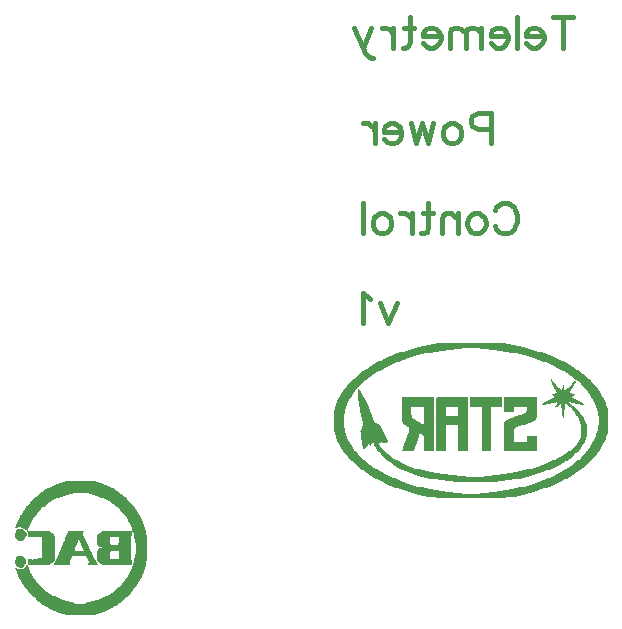
<source format=gbr>
%TF.GenerationSoftware,Novarm,DipTrace,3.3.0.1*%
%TF.CreationDate,2018-11-14T10:20:17-08:00*%
%FSLAX26Y26*%
%MOIN*%
%TF.FileFunction,Legend,Bot*%
%TF.Part,Single*%
%ADD12C,0.003*%
%ADD142C,0.015439*%
G75*
G01*
%LPD*%
X3136944Y1515561D2*
D12*
X3229944D1*
X3127280Y1512561D2*
X3240508D1*
X3117863Y1509561D2*
X3250351D1*
X3108852Y1506561D2*
X3259029D1*
X3100544Y1503561D2*
X3266814D1*
X3093259Y1500561D2*
X3274087D1*
X3086947Y1497561D2*
X3280749D1*
X3081371Y1494561D2*
X3286554D1*
X3076121Y1491561D2*
X3291715D1*
X3070991Y1488561D2*
X3296505D1*
X3066077Y1485561D2*
X3301126D1*
X3061373Y1482561D2*
X3305668D1*
X3056876Y1479561D2*
X3310187D1*
X3052720Y1476561D2*
X3152173D1*
X3218757D2*
X3314678D1*
X3048932Y1473561D2*
X3140965D1*
X3228848D2*
X3319077D1*
X3045291Y1470561D2*
X3130638D1*
X3238577D2*
X3323181D1*
X3041610Y1467561D2*
X3121175D1*
X3247453D2*
X3326860D1*
X3037925Y1464561D2*
X3112658D1*
X3255546D2*
X3330194D1*
X3034283Y1461561D2*
X3105200D1*
X3262860D2*
X3333350D1*
X3030858Y1458561D2*
X3098581D1*
X3269273D2*
X3336406D1*
X3027727Y1455561D2*
X3092669D1*
X3274832D2*
X3339434D1*
X3024906Y1452561D2*
X3087471D1*
X3279842D2*
X3342437D1*
X3022297Y1449561D2*
X3082968D1*
X3284545D2*
X3345445D1*
X3019614Y1446561D2*
X3079017D1*
X3289029D2*
X3348441D1*
X3016797Y1443561D2*
X3075221D1*
X3293176D2*
X3351435D1*
X3013896Y1440561D2*
X3071229D1*
X3296960D2*
X3354336D1*
X3011038Y1437561D2*
X3067106D1*
X3300587D2*
X3357041D1*
X3008435Y1434561D2*
X3063122D1*
X3304173D2*
X3359501D1*
X3006171Y1431561D2*
X3059499D1*
X3307569D2*
X3361784D1*
X3004048Y1428561D2*
X3056180D1*
X3310781D2*
X3363865D1*
X3001954Y1425561D2*
X3053037D1*
X3313867D2*
X3365901D1*
X2999962Y1422561D2*
X3049979D1*
X3316814D2*
X3367957D1*
X2997964Y1419561D2*
X3046968D1*
X3319541D2*
X3369934D1*
X2995923Y1416561D2*
X3044065D1*
X3322117D2*
X3371927D1*
X2993951Y1413561D2*
X3041445D1*
X3324780D2*
X3373955D1*
X2991960Y1410561D2*
X3039163D1*
X3327585D2*
X3375832D1*
X2989933Y1407561D2*
X3036943D1*
X3330397D2*
X3377534D1*
X2988056Y1404561D2*
X3034572D1*
X3333064D2*
X3379131D1*
X2986354Y1401561D2*
X3032232D1*
X3335509D2*
X3380680D1*
X2984757Y1398561D2*
X3030090D1*
X3337775D2*
X3382292D1*
X2983219Y1395561D2*
X3028017D1*
X3339760D2*
X3384072D1*
X2981702Y1392561D2*
X3025954D1*
X3341507D2*
X3385913D1*
X2980198Y1389561D2*
X3024064D1*
X3343122D2*
X3387462D1*
X2978706Y1386561D2*
X3022357D1*
X3344677D2*
X3388718D1*
X2977301Y1383561D2*
X3020758D1*
X3346291D2*
X3389971D1*
X2976087Y1380561D2*
X3019220D1*
X3348072D2*
X3391311D1*
X2975019Y1377561D2*
X3017702D1*
X3349913D2*
X3392628D1*
X2973856Y1374561D2*
X3016198D1*
X3351462D2*
X3393716D1*
X2972552Y1371561D2*
X3014694D1*
X3352718D2*
X3394482D1*
X2971222Y1368561D2*
X3013196D1*
X3353971D2*
X3395211D1*
X2970011Y1365561D2*
X3011705D1*
X3355311D2*
X3396183D1*
X2968944Y1362561D2*
X2974944D1*
X2991765D2*
X3010312D1*
X3356628D2*
X3397395D1*
X2998262Y1359561D2*
X3009195D1*
X3357704D2*
X3398660D1*
X2974944Y1356561D2*
X2992944D1*
X3003154D2*
X3008470D1*
X3358368D2*
X3399716D1*
X2972534Y1353561D2*
X2996177D1*
X3006629D2*
X3007944D1*
X3358719D2*
X3400369D1*
X2970779Y1350561D2*
X2998656D1*
X3009220D2*
X3076944D1*
X3145944D2*
X3193944D1*
X3259944D2*
X3400712D1*
X2969774Y1347561D2*
X3000419D1*
X3010110D2*
X3083264D1*
X3144804D2*
X3191997D1*
X3254545D2*
X3355480D1*
X3362408D2*
X3400966D1*
X2969287Y1344561D2*
X3001798D1*
X3010590D2*
X3088031D1*
X3143515D2*
X3190017D1*
X3249908D2*
X3354737D1*
X3363151D2*
X3401408D1*
X2969077Y1341561D2*
X3003279D1*
X3010806D2*
X3091301D1*
X3142122D2*
X3187944D1*
X3246403D2*
X3353960D1*
X3363928D2*
X3402150D1*
X2968993Y1338561D2*
X3004944D1*
X3010893D2*
X3093620D1*
X3140665D2*
X3190366D1*
X3243740D2*
X3353435D1*
X3364454D2*
X3402927D1*
X2968985Y1335561D2*
X3003072D1*
X3010927D2*
X3095362D1*
X3139185D2*
X3192238D1*
X3242812D2*
X3353156D1*
X3364744D2*
X3403453D1*
X2969196Y1332561D2*
X3001256D1*
X3010944D2*
X3096607D1*
X3137701D2*
X3193730D1*
X3242312D2*
X3353028D1*
X3364977D2*
X3403732D1*
X2969718Y1329561D2*
X2999274D1*
X3058944D2*
X3097331D1*
X3136311D2*
X3195318D1*
X3242088D2*
X3280944D1*
X3313944D2*
X3352976D1*
X3365412D2*
X3403860D1*
X2971936Y1326561D2*
X2997065D1*
X3058944D2*
X3097688D1*
X3135192D2*
X3197029D1*
X3241997D2*
X3280944D1*
X3313944D2*
X3352955D1*
X3366151D2*
X3403913D1*
X2974814Y1323561D2*
X2994904D1*
X3058944D2*
X3097844D1*
X3134401D2*
X3198522D1*
X3241963D2*
X3280944D1*
X3313944D2*
X3352948D1*
X3366939D2*
X3403933D1*
X2977944Y1320561D2*
X2992944D1*
X3058944D2*
X3097907D1*
X3133575D2*
X3175830D1*
X3182522D2*
X3199843D1*
X3241950D2*
X3280944D1*
X3313944D2*
X3352945D1*
X3367570D2*
X3403940D1*
X3058944Y1317561D2*
X3097931D1*
X3132323D2*
X3175434D1*
X3183650D2*
X3201360D1*
X3241946D2*
X3280956D1*
X3313932D2*
X3352945D1*
X3368232D2*
X3403943D1*
X3058944Y1314561D2*
X3097940D1*
X3130763D2*
X3174609D1*
X3185146D2*
X3203043D1*
X3241945D2*
X3281070D1*
X3313818D2*
X3352944D1*
X3369078D2*
X3403944D1*
X3058944Y1311561D2*
X3097943D1*
X3129342D2*
X3173446D1*
X3186453D2*
X3204516D1*
X3241968D2*
X3281534D1*
X3313354D2*
X3352944D1*
X3369900D2*
X3403944D1*
X3058944Y1308561D2*
X3097944D1*
X3128138D2*
X3172098D1*
X3187372D2*
X3205739D1*
X3242225D2*
X3282559D1*
X3312329D2*
X3352944D1*
X3370443D2*
X3403944D1*
X3058944Y1305561D2*
X3097944D1*
X3126906D2*
X3170657D1*
X3188265D2*
X3206979D1*
X3242858D2*
X3283944D1*
X3310944D2*
X3352944D1*
X3370729D2*
X3403944D1*
X3058944Y1302561D2*
X3097944D1*
X3125573D2*
X3169183D1*
X3189546D2*
X3208325D1*
X3245864D2*
X3352944D1*
X3370859D2*
X3403944D1*
X3058944Y1299561D2*
X3097944D1*
X3124247D2*
X3167700D1*
X3191118D2*
X3209746D1*
X3252449D2*
X3352944D1*
X3370912D2*
X3403944D1*
X3058944Y1296561D2*
X3097944D1*
X3123055D2*
X3166310D1*
X3192553D2*
X3211216D1*
X3259944D2*
X3352944D1*
X3370933D2*
X3403944D1*
X3058944Y1293561D2*
X3097944D1*
X3121906D2*
X3165195D1*
X3193831D2*
X3212700D1*
X3252354D2*
X3352944D1*
X3370940D2*
X3403944D1*
X3058944Y1290561D2*
X3097944D1*
X3120471D2*
X3164470D1*
X3195286D2*
X3214198D1*
X3246246D2*
X3352944D1*
X3370943D2*
X3403944D1*
X3058944Y1287561D2*
X3097944D1*
X3118835D2*
X3163944D1*
X3196944D2*
X3215694D1*
X3243639D2*
X3352944D1*
X3370944D2*
X3403944D1*
X3058944Y1284561D2*
X3097944D1*
X3117470D2*
X3217196D1*
X3242729D2*
X3284534D1*
X3313944D2*
X3352944D1*
X3370932D2*
X3403944D1*
X3058944Y1281561D2*
X3097944D1*
X3116540D2*
X3218693D1*
X3242263D2*
X3282779D1*
X3313944D2*
X3352944D1*
X3370827D2*
X3403944D1*
X3058944Y1278561D2*
X3097944D1*
X3115733D2*
X3220184D1*
X3242064D2*
X3281774D1*
X3313944D2*
X3352944D1*
X3370445D2*
X3403944D1*
X3058944Y1275561D2*
X3097944D1*
X3114726D2*
X3221587D1*
X3241987D2*
X3281287D1*
X3313944D2*
X3352944D1*
X3369726D2*
X3403944D1*
X3058944Y1272561D2*
X3097944D1*
X3113489D2*
X3222813D1*
X3241959D2*
X3281077D1*
X3313944D2*
X3352944D1*
X3368945D2*
X3403944D1*
X3058944Y1269561D2*
X3097944D1*
X3112114D2*
X3223974D1*
X3241949D2*
X3280993D1*
X3313944D2*
X3352944D1*
X3368316D2*
X3403944D1*
X2974944Y1266561D2*
X2992944D1*
X3058944D2*
X3097944D1*
X3110662D2*
X3155419D1*
X3205469D2*
X3225414D1*
X3241946D2*
X3280961D1*
X3313944D2*
X3352944D1*
X3367656D2*
X3403944D1*
X2972534Y1263561D2*
X2996177D1*
X3058944D2*
X3097932D1*
X3109184D2*
X3153269D1*
X3207608D2*
X3227064D1*
X3241945D2*
X3280950D1*
X3313944D2*
X3352944D1*
X3366810D2*
X3403944D1*
X2970779Y1260561D2*
X2998644D1*
X3058944D2*
X3097827D1*
X3107701D2*
X3151439D1*
X3209343D2*
X3228535D1*
X3241944D2*
X3280944D1*
X3313944D2*
X3352944D1*
X3365988D2*
X3403944D1*
X2969774Y1257561D2*
X3000293D1*
X3010944D2*
X3022944D1*
X3028944D2*
X3097433D1*
X3106299D2*
X3149801D1*
X3210705D2*
X3229847D1*
X3241968D2*
X3352944D1*
X3365445D2*
X3403932D1*
X2969287Y1254561D2*
X3001205D1*
X3010944D2*
X3096585D1*
X3105075D2*
X3148360D1*
X3211810D2*
X3231373D1*
X3242178D2*
X3352956D1*
X3365148D2*
X3403827D1*
X2969077Y1251561D2*
X3001629D1*
X3010944D2*
X3095188D1*
X3103914D2*
X3147334D1*
X3212785D2*
X3233161D1*
X3242671D2*
X3353061D1*
X3364912D2*
X3403445D1*
X2968993Y1248561D2*
X3001710D1*
X3010944D2*
X3093320D1*
X3102471D2*
X3146767D1*
X3213583D2*
X3235026D1*
X3244805D2*
X3353446D1*
X3364465D2*
X3402726D1*
X2968985Y1245561D2*
X3001379D1*
X3010944D2*
X3089021D1*
X3100800D2*
X3147370D1*
X3213238D2*
X3237066D1*
X3248273D2*
X3354190D1*
X3363620D2*
X3401957D1*
X2969208Y1242561D2*
X3000465D1*
X3010944D2*
X3083366D1*
X3099276D2*
X3148156D1*
X3212616D2*
X3239421D1*
X3253528D2*
X3355082D1*
X3362461D2*
X3401422D1*
X2969765Y1239561D2*
X2998822D1*
X3010944D2*
X3076944D1*
X3097944D2*
X3148944D1*
X3211944D2*
X3241944D1*
X3259944D2*
X3355944D1*
X3361217D2*
X3401038D1*
X2972506Y1236561D2*
X2996349D1*
X3004944D2*
X3007944D1*
X3360157D2*
X3400529D1*
X2976424Y1233561D2*
X2993245D1*
X3003340D2*
X3008970D1*
X3359389D2*
X3399746D1*
X2980944Y1230561D2*
X2989944D1*
X3001267D2*
X3009874D1*
X3358570D2*
X3398851D1*
X2968944Y1227561D2*
X2971944D1*
X2998944D2*
X3010548D1*
X3357322D2*
X3397938D1*
X2970084Y1224561D2*
X3011236D1*
X3355763D2*
X3396939D1*
X2971361Y1221561D2*
X3012193D1*
X3354342D2*
X3396030D1*
X2972649Y1218561D2*
X3013410D1*
X3353138D2*
X3395336D1*
X2973724Y1215561D2*
X3014790D1*
X3351906D2*
X3394550D1*
X2974497Y1212561D2*
X3016333D1*
X3350562D2*
X3393315D1*
X2975317Y1209561D2*
X3018087D1*
X3349130D2*
X3391760D1*
X2976566Y1206561D2*
X3019929D1*
X3347567D2*
X3390341D1*
X2978126Y1203561D2*
X3021581D1*
X3345794D2*
X3389138D1*
X2979558Y1200561D2*
X3023218D1*
X3343855D2*
X3387906D1*
X2980856Y1197561D2*
X3025189D1*
X3341926D2*
X3386562D1*
X2982365Y1194561D2*
X3027310D1*
X3339951D2*
X3385130D1*
X2984045Y1191561D2*
X3029279D1*
X3337918D2*
X3383567D1*
X2985528Y1188561D2*
X3031227D1*
X3335938D2*
X3381794D1*
X2986845Y1185561D2*
X3033510D1*
X3333843D2*
X3379855D1*
X2988384Y1182561D2*
X3036220D1*
X3331433D2*
X3377926D1*
X2990266Y1179561D2*
X3038950D1*
X3328826D2*
X3375951D1*
X2992409Y1176561D2*
X3041561D1*
X3326250D2*
X3373918D1*
X2994781Y1173561D2*
X3044257D1*
X3323735D2*
X3371950D1*
X2997129Y1170561D2*
X3047084D1*
X3321096D2*
X3369960D1*
X2999194Y1167561D2*
X3050001D1*
X3318287D2*
X3367921D1*
X3001094Y1164561D2*
X3052966D1*
X3315372D2*
X3365939D1*
X3003106Y1161561D2*
X3055964D1*
X3312313D2*
X3363855D1*
X3005393Y1158561D2*
X3059052D1*
X3309044D2*
X3361539D1*
X3007786Y1155561D2*
X3062339D1*
X3305603D2*
X3359221D1*
X3010213Y1152561D2*
X3065780D1*
X3302165D2*
X3357074D1*
X3012815Y1149561D2*
X3069225D1*
X3298583D2*
X3354898D1*
X3015609Y1146561D2*
X3072814D1*
X3294670D2*
X3352443D1*
X3018507Y1143561D2*
X3076838D1*
X3290457D2*
X3349729D1*
X3021471Y1140561D2*
X3081416D1*
X3285990D2*
X3346859D1*
X3024451Y1137561D2*
X3086514D1*
X3281149D2*
X3343912D1*
X3027450Y1134561D2*
X3091842D1*
X3275848D2*
X3340933D1*
X3030443Y1131561D2*
X3097358D1*
X3270179D2*
X3337928D1*
X3033447Y1128561D2*
X3103449D1*
X3264219D2*
X3334826D1*
X3036454Y1125561D2*
X3110481D1*
X3257754D2*
X3331444D1*
X3039564Y1122561D2*
X3118599D1*
X3250306D2*
X3327714D1*
X3042953Y1119561D2*
X3128052D1*
X3241115D2*
X3323840D1*
X3046782Y1116561D2*
X3139079D1*
X3229427D2*
X3319922D1*
X3050940Y1113561D2*
X3151322D1*
X3215260D2*
X3315820D1*
X3055304Y1110561D2*
X3163944D1*
X3199944D2*
X3311530D1*
X3059834Y1107561D2*
X3307130D1*
X3064602Y1104561D2*
X3302657D1*
X3069533Y1101561D2*
X3298069D1*
X3074477Y1098561D2*
X3293167D1*
X3079564Y1095561D2*
X3287742D1*
X3085101Y1092561D2*
X3281695D1*
X3091294Y1089561D2*
X3275108D1*
X3098405Y1086561D2*
X3268161D1*
X3106579Y1083561D2*
X3260649D1*
X3116155Y1080561D2*
X3251804D1*
X3127480Y1077561D2*
X3241336D1*
X3139944Y1074561D2*
X3229944D1*
X4400333Y1978012D2*
X4574333D1*
X4380724Y1975012D2*
X4593591D1*
X4362017Y1972012D2*
X4611940D1*
X4344859Y1969012D2*
X4629028D1*
X4329408Y1966012D2*
X4644629D1*
X4315408Y1963012D2*
X4658585D1*
X4302711Y1960012D2*
X4441714D1*
X4532951D2*
X4671003D1*
X4291130Y1957012D2*
X4413931D1*
X4560734D2*
X4682331D1*
X4280462Y1954012D2*
X4389911D1*
X4584754D2*
X4692930D1*
X4270455Y1951012D2*
X4369421D1*
X4605244D2*
X4703038D1*
X4260752Y1948012D2*
X4351764D1*
X4622890D2*
X4712772D1*
X4251250Y1945012D2*
X4336237D1*
X4638311D2*
X4721982D1*
X4242330Y1942012D2*
X4322360D1*
X4651806D2*
X4730699D1*
X4234227Y1939012D2*
X4309684D1*
X4663775D2*
X4739086D1*
X4226733Y1936012D2*
X4298088D1*
X4674695D2*
X4747108D1*
X4219483Y1933012D2*
X4287591D1*
X4684946D2*
X4754768D1*
X4212487Y1930012D2*
X4277869D1*
X4694738D2*
X4761995D1*
X4205862Y1927012D2*
X4268665D1*
X4703970D2*
X4768718D1*
X4199457Y1924012D2*
X4260024D1*
X4712695D2*
X4775075D1*
X4193040Y1921012D2*
X4252088D1*
X4721084D2*
X4781232D1*
X4186648Y1918012D2*
X4244676D1*
X4729108D2*
X4787296D1*
X4180575Y1915012D2*
X4237462D1*
X4736768D2*
X4793308D1*
X4174825Y1912012D2*
X4230479D1*
X4743995D2*
X4799211D1*
X4169173Y1909012D2*
X4223871D1*
X4750718D2*
X4804832D1*
X4163717Y1906012D2*
X4217561D1*
X4757075D2*
X4810102D1*
X4158615Y1903012D2*
X4211422D1*
X4763232D2*
X4815228D1*
X4153811Y1900012D2*
X4205366D1*
X4769296D2*
X4820311D1*
X4149171Y1897012D2*
X4199356D1*
X4775308D2*
X4825209D1*
X4144617Y1894012D2*
X4193454D1*
X4781211D2*
X4829918D1*
X4140093Y1891012D2*
X4187833D1*
X4786820D2*
X4834507D1*
X4135588Y1888012D2*
X4182563D1*
X4791997D2*
X4838951D1*
X4131094Y1885012D2*
X4177437D1*
X4796846D2*
X4843181D1*
X4126690Y1882012D2*
X4172354D1*
X4801592D2*
X4847243D1*
X4122476Y1879012D2*
X4167456D1*
X4806428D2*
X4851314D1*
X4118419Y1876012D2*
X4162747D1*
X4811290D2*
X4855340D1*
X4114362Y1873012D2*
X4158158D1*
X4815846D2*
X4859307D1*
X4110442Y1870012D2*
X4153726D1*
X4820094D2*
X4863326D1*
X4106858Y1867012D2*
X4149590D1*
X4824242D2*
X4867231D1*
X4103557Y1864012D2*
X4145805D1*
X4828211D2*
X4870810D1*
X4100421Y1861012D2*
X4142081D1*
X4831916D2*
X4874109D1*
X4097365Y1858012D2*
X4138212D1*
X4835605D2*
X4877244D1*
X4094344Y1855012D2*
X4134381D1*
X4754333D2*
D3*
X4839461D2*
X4880300D1*
X4091337Y1852012D2*
X4130835D1*
X4754808D2*
X4754333D1*
X4835333D2*
D3*
X4843286D2*
X4883321D1*
X4088334Y1849012D2*
X4127548D1*
X4755657D2*
X4757333D1*
X4832333D2*
X4835333D1*
X4846831D2*
X4886329D1*
X4085333Y1846012D2*
X4124418D1*
X4756828D2*
X4760692D1*
X4829333D2*
X4833370D1*
X4850117D2*
X4889331D1*
X4082333Y1843012D2*
X4121365D1*
X4758177D2*
X4763660D1*
X4826333D2*
X4831368D1*
X4853247D2*
X4892332D1*
X4079333Y1840012D2*
X4118344D1*
X4759619D2*
X4766528D1*
X4823333D2*
X4829331D1*
X4856301D2*
X4895321D1*
X4076344Y1837012D2*
X4115336D1*
X4761094D2*
X4769427D1*
X4793333D2*
D3*
X4820333D2*
X4827449D1*
X4859321D2*
X4898215D1*
X4073450Y1834012D2*
X4112334D1*
X4762588D2*
X4772373D1*
X4793321D2*
X4793333D1*
X4817333D2*
X4825744D1*
X4862317D2*
X4900833D1*
X4070832Y1831012D2*
X4109333D1*
X4764083D2*
X4775349D1*
X4793207D2*
X4796333D1*
X4814333D2*
X4824146D1*
X4865214D2*
X4903103D1*
X4068562Y1828012D2*
X4106344D1*
X4765584D2*
X4778338D1*
X4792743D2*
X4796333D1*
X4811333D2*
X4822596D1*
X4867833D2*
X4905228D1*
X4066437Y1825012D2*
X4103450D1*
X4767081D2*
X4781335D1*
X4791717D2*
X4796333D1*
X4808333D2*
X4820985D1*
X4870114D2*
X4907323D1*
X4064342Y1822012D2*
X4100832D1*
X4112333D2*
D3*
X4768584D2*
X4784333D1*
X4790333D2*
X4796333D1*
X4805333D2*
X4819193D1*
X4872334D2*
X4909314D1*
X4062351Y1819012D2*
X4098562D1*
X4112333D2*
X4115333D1*
X4770091D2*
X4817249D1*
X4874705D2*
X4911312D1*
X4060353Y1816012D2*
X4096437D1*
X4112333D2*
X4117193D1*
X4771671D2*
X4815332D1*
X4877044D2*
X4913354D1*
X4058311Y1813012D2*
X4094342D1*
X4112333D2*
X4118915D1*
X4773421D2*
X4813381D1*
X4879187D2*
X4915325D1*
X4056340Y1810012D2*
X4092351D1*
X4112333D2*
X4120616D1*
X4775333D2*
X4811333D1*
X4881260D2*
X4917316D1*
X4054349Y1807012D2*
X4090353D1*
X4112333D2*
X4122447D1*
X4757333D2*
X4832333D1*
X4883334D2*
X4919344D1*
X4052321Y1804012D2*
X4088323D1*
X4112333D2*
X4124397D1*
X4762781D2*
X4826686D1*
X4885318D2*
X4921220D1*
X4050445Y1801012D2*
X4086445D1*
X4112333D2*
X4126241D1*
X4767728D2*
X4822422D1*
X4887314D2*
X4922922D1*
X4048743Y1798012D2*
X4084731D1*
X4112333D2*
X4127930D1*
X4772333D2*
X4819531D1*
X4889343D2*
X4924520D1*
X4047145Y1795012D2*
X4083040D1*
X4112333D2*
X4129522D1*
X4259333D2*
X4361333D1*
X4373333D2*
X4475333D1*
X4484333D2*
X4589333D1*
X4598333D2*
X4703333D1*
X4766692D2*
X4817333D1*
X4891220D2*
X4926057D1*
X4045608Y1792012D2*
X4081214D1*
X4112344D2*
X4131058D1*
X4259333D2*
X4361333D1*
X4371948D2*
X4475333D1*
X4484333D2*
X4589333D1*
X4598333D2*
X4703333D1*
X4760649D2*
X4824717D1*
X4892922D2*
X4927575D1*
X4044102Y1789012D2*
X4079266D1*
X4112450D2*
X4132575D1*
X4259333D2*
X4361333D1*
X4371086D2*
X4475333D1*
X4484333D2*
X4589333D1*
X4598333D2*
X4703333D1*
X4754411D2*
X4831591D1*
X4894520D2*
X4929078D1*
X4042692Y1786012D2*
X4077424D1*
X4112832D2*
X4134078D1*
X4259333D2*
X4361333D1*
X4370650D2*
X4475333D1*
X4484333D2*
X4589333D1*
X4598333D2*
X4703333D1*
X4747940D2*
X4838120D1*
X4896057D2*
X4930571D1*
X4041476Y1783012D2*
X4075735D1*
X4113551D2*
X4135583D1*
X4259333D2*
X4361333D1*
X4370457D2*
X4475333D1*
X4484333D2*
X4589333D1*
X4598333D2*
X4703333D1*
X4741281D2*
X4844584D1*
X4897575D2*
X4931976D1*
X4040420Y1780012D2*
X4074154D1*
X4114320D2*
X4137081D1*
X4259333D2*
X4361333D1*
X4370378D2*
X4475333D1*
X4484333D2*
X4589333D1*
X4598333D2*
X4703333D1*
X4734943D2*
X4760884D1*
X4775207D2*
X4810983D1*
X4826884D2*
X4850943D1*
X4899078D2*
X4933190D1*
X4039350Y1777012D2*
X4072712D1*
X4114843D2*
X4138584D1*
X4259333D2*
X4361333D1*
X4370349D2*
X4475333D1*
X4484333D2*
X4589333D1*
X4598333D2*
X4703333D1*
X4729389D2*
X4743937D1*
X4774717D2*
X4813624D1*
X4842937D2*
X4856840D1*
X4900571D2*
X4934246D1*
X4038325Y1774012D2*
X4071484D1*
X4115121D2*
X4140081D1*
X4259333D2*
X4361333D1*
X4370338D2*
X4475333D1*
X4484333D2*
X4589333D1*
X4598333D2*
X4703333D1*
X4724333D2*
X4727333D1*
X4773612D2*
X4780867D1*
X4787344D2*
X4799218D1*
X4808333D2*
X4816578D1*
X4859333D2*
X4862333D1*
X4901976D2*
X4935315D1*
X4037358Y1771012D2*
X4070422D1*
X4115260D2*
X4141572D1*
X4259333D2*
X4361333D1*
X4370334D2*
X4475333D1*
X4484333D2*
X4589333D1*
X4598333D2*
X4703333D1*
X4772092D2*
X4777098D1*
X4787450D2*
X4798834D1*
X4811333D2*
X4819927D1*
X4903190D2*
X4936340D1*
X4036339Y1768012D2*
X4069363D1*
X4115418D2*
X4142976D1*
X4259333D2*
X4361333D1*
X4370333D2*
X4475333D1*
X4484333D2*
X4589333D1*
X4598333D2*
X4703333D1*
X4770630D2*
X4773197D1*
X4787832D2*
X4798115D1*
X4814333D2*
X4823554D1*
X4904246D2*
X4937307D1*
X4035422Y1765012D2*
X4068431D1*
X4115821D2*
X4144190D1*
X4259333D2*
X4361333D1*
X4370333D2*
X4475333D1*
X4484333D2*
X4589333D1*
X4598333D2*
X4703333D1*
X4769333D2*
D3*
X4788551D2*
X4797345D1*
X4817333D2*
X4827423D1*
X4905315D2*
X4938326D1*
X4034738Y1762012D2*
X4067741D1*
X4116547D2*
X4145246D1*
X4259333D2*
X4286333D1*
X4331333D2*
X4361333D1*
X4370333D2*
X4400333D1*
X4445333D2*
X4475333D1*
X4523333D2*
X4550333D1*
X4598333D2*
X4628333D1*
X4673333D2*
X4703333D1*
X4789320D2*
X4796822D1*
X4820333D2*
X4831267D1*
X4906340D2*
X4939231D1*
X4034056Y1759012D2*
X4067057D1*
X4117318D2*
X4146315D1*
X4259333D2*
X4286333D1*
X4331333D2*
X4361333D1*
X4370333D2*
X4400333D1*
X4445333D2*
X4475333D1*
X4523333D2*
X4550333D1*
X4598333D2*
X4628333D1*
X4673333D2*
X4703333D1*
X4789843D2*
X4796544D1*
X4823321D2*
X4834823D1*
X4907307D2*
X4939810D1*
X4033203Y1756012D2*
X4066203D1*
X4117854D2*
X4147340D1*
X4259333D2*
X4286333D1*
X4331333D2*
X4361333D1*
X4370333D2*
X4400333D1*
X4445333D2*
X4475333D1*
X4523333D2*
X4550333D1*
X4598333D2*
X4628333D1*
X4673333D2*
X4703333D1*
X4790121D2*
X4796417D1*
X4826215D2*
X4838114D1*
X4908326D2*
X4940109D1*
X4032378Y1753012D2*
X4065367D1*
X4118238D2*
X4148318D1*
X4259333D2*
X4286333D1*
X4331333D2*
X4361333D1*
X4370333D2*
X4400333D1*
X4445333D2*
X4475333D1*
X4523333D2*
X4550333D1*
X4598333D2*
X4628333D1*
X4673297D2*
X4703333D1*
X4790248D2*
X4796364D1*
X4828833D2*
X4841234D1*
X4909231D2*
X4940244D1*
X4031834Y1750012D2*
X4064717D1*
X4118748D2*
X4149444D1*
X4259333D2*
X4286333D1*
X4331333D2*
X4361333D1*
X4370333D2*
X4400333D1*
X4445333D2*
X4475333D1*
X4523333D2*
X4550333D1*
X4598333D2*
X4628333D1*
X4672946D2*
X4703333D1*
X4790313D2*
X4796344D1*
X4831103D2*
X4844183D1*
X4909822D2*
X4940300D1*
X4031548Y1747012D2*
X4064048D1*
X4119519D2*
X4150731D1*
X4259333D2*
X4286333D1*
X4331333D2*
X4361333D1*
X4370333D2*
X4400333D1*
X4445333D2*
X4475333D1*
X4523333D2*
X4550333D1*
X4672102D2*
X4703333D1*
X4790438D2*
X4796325D1*
X4833228D2*
X4846821D1*
X4910227D2*
X4940321D1*
X4031418Y1744012D2*
X4063200D1*
X4120308D2*
X4152040D1*
X4259333D2*
X4286333D1*
X4331333D2*
X4361333D1*
X4370333D2*
X4400333D1*
X4445333D2*
X4475333D1*
X4523333D2*
X4550333D1*
X4668071D2*
X4703333D1*
X4790828D2*
X4796217D1*
X4835323D2*
X4849111D1*
X4910744D2*
X4940329D1*
X4031364Y1741012D2*
X4062377D1*
X4120851D2*
X4153214D1*
X4259333D2*
X4286333D1*
X4331333D2*
X4361333D1*
X4370333D2*
X4400333D1*
X4445333D2*
X4475333D1*
X4523333D2*
X4550333D1*
X4662360D2*
X4703333D1*
X4791549D2*
X4795833D1*
X4837314D2*
X4851332D1*
X4911518D2*
X4940331D1*
X4031344Y1738012D2*
X4061834D1*
X4121237D2*
X4154254D1*
X4259333D2*
X4286344D1*
X4331333D2*
X4361333D1*
X4370333D2*
X4400333D1*
X4445333D2*
X4475333D1*
X4523333D2*
X4550333D1*
X4655423D2*
X4703333D1*
X4792319D2*
X4795114D1*
X4839312D2*
X4853705D1*
X4912308D2*
X4940332D1*
X4031336Y1735012D2*
X4061548D1*
X4121748D2*
X4155318D1*
X4259333D2*
X4286473D1*
X4331333D2*
X4361333D1*
X4370333D2*
X4400333D1*
X4445333D2*
X4475333D1*
X4523333D2*
X4550333D1*
X4647530D2*
X4703333D1*
X4792845D2*
X4794337D1*
X4841342D2*
X4856033D1*
X4912839D2*
X4940332D1*
X4031334Y1732012D2*
X4061418D1*
X4122519D2*
X4156341D1*
X4259333D2*
X4286790D1*
X4331333D2*
X4361333D1*
X4370333D2*
X4475333D1*
X4523333D2*
X4550333D1*
X4638874D2*
X4703321D1*
X4793139D2*
X4793769D1*
X4843220D2*
X4858081D1*
X4913120D2*
X4940333D1*
X4031333Y1729012D2*
X4061364D1*
X4123320D2*
X4157307D1*
X4259333D2*
X4288307D1*
X4331333D2*
X4361333D1*
X4370333D2*
X4475333D1*
X4523333D2*
X4550333D1*
X4629930D2*
X4703180D1*
X4793333D2*
D3*
X4844922D2*
X4859866D1*
X4913248D2*
X4940333D1*
X4031333Y1726012D2*
X4061344D1*
X4123956D2*
X4158338D1*
X4259333D2*
X4291876D1*
X4331333D2*
X4361333D1*
X4370333D2*
X4475333D1*
X4523333D2*
X4550333D1*
X4621142D2*
X4702829D1*
X4846508D2*
X4861498D1*
X4913301D2*
X4940333D1*
X4031333Y1723012D2*
X4061336D1*
X4124619D2*
X4159360D1*
X4259333D2*
X4296362D1*
X4331333D2*
X4361333D1*
X4370333D2*
X4475333D1*
X4523333D2*
X4550333D1*
X4613134D2*
X4700948D1*
X4847952D2*
X4863049D1*
X4913321D2*
X4940333D1*
X4031333Y1720012D2*
X4061334D1*
X4125478D2*
X4160450D1*
X4259344D2*
X4301302D1*
X4331333D2*
X4361333D1*
X4370333D2*
X4475333D1*
X4523333D2*
X4550333D1*
X4606772D2*
X4695986D1*
X4849181D2*
X4864561D1*
X4913329D2*
X4940333D1*
X4031333Y1717012D2*
X4061333D1*
X4126405D2*
X4162097D1*
X4259473D2*
X4306293D1*
X4331333D2*
X4361333D1*
X4370333D2*
X4475333D1*
X4523333D2*
X4550333D1*
X4601806D2*
X4689366D1*
X4850243D2*
X4865972D1*
X4913331D2*
X4940333D1*
X4031333Y1714012D2*
X4061333D1*
X4127319D2*
X4164812D1*
X4259790D2*
X4311402D1*
X4331333D2*
X4361333D1*
X4370333D2*
X4475333D1*
X4523333D2*
X4550333D1*
X4599710D2*
X4681523D1*
X4851314D2*
X4867188D1*
X4913332D2*
X4940333D1*
X4031333Y1711012D2*
X4061333D1*
X4128218D2*
X4168849D1*
X4261618D2*
X4316790D1*
X4331333D2*
X4361333D1*
X4370333D2*
X4475333D1*
X4523333D2*
X4550333D1*
X4598972D2*
X4673021D1*
X4852340D2*
X4868245D1*
X4913332D2*
X4940333D1*
X4031333Y1708012D2*
X4061333D1*
X4128979D2*
X4173760D1*
X4264495D2*
X4322333D1*
X4331333D2*
X4361333D1*
X4370333D2*
X4475333D1*
X4523333D2*
X4550333D1*
X4598593D2*
X4664219D1*
X4853307D2*
X4869303D1*
X4913321D2*
X4940333D1*
X4031333Y1705012D2*
X4061344D1*
X4128540D2*
X4178351D1*
X4268264D2*
X4361333D1*
X4370333D2*
X4475333D1*
X4523333D2*
X4550333D1*
X4598431D2*
X4655328D1*
X4854326D2*
X4870223D1*
X4913215D2*
X4940333D1*
X4031333Y1702012D2*
X4061450D1*
X4127627D2*
X4181822D1*
X4272563D2*
X4361333D1*
X4370333D2*
X4400333D1*
X4445333D2*
X4475333D1*
X4523333D2*
X4550333D1*
X4598368D2*
X4646706D1*
X4855231D2*
X4870807D1*
X4912833D2*
X4940333D1*
X4031333Y1699012D2*
X4061832D1*
X4126391D2*
X4184333D1*
X4276746D2*
X4361333D1*
X4370333D2*
X4400333D1*
X4445333D2*
X4475333D1*
X4523333D2*
X4550333D1*
X4598345D2*
X4639213D1*
X4855810D2*
X4871108D1*
X4912115D2*
X4940333D1*
X4031333Y1696012D2*
X4062551D1*
X4124908D2*
X4186289D1*
X4280390D2*
X4361333D1*
X4370333D2*
X4400333D1*
X4445333D2*
X4475333D1*
X4523333D2*
X4550333D1*
X4598337D2*
X4633025D1*
X4856109D2*
X4871244D1*
X4911345D2*
X4940333D1*
X4031344Y1693012D2*
X4063331D1*
X4123177D2*
X4187972D1*
X4282094D2*
X4361333D1*
X4370333D2*
X4400333D1*
X4445333D2*
X4475333D1*
X4523333D2*
X4550333D1*
X4598334D2*
X4630218D1*
X4856244D2*
X4871300D1*
X4910810D2*
X4940333D1*
X4031450Y1690012D2*
X4063960D1*
X4121378D2*
X4189533D1*
X4282294D2*
X4361333D1*
X4370333D2*
X4400333D1*
X4445333D2*
X4475333D1*
X4523333D2*
X4550333D1*
X4598333D2*
X4629211D1*
X4856300D2*
X4871321D1*
X4910427D2*
X4940333D1*
X4031832Y1687012D2*
X4064621D1*
X4119771D2*
X4190963D1*
X4281879D2*
X4361333D1*
X4370333D2*
X4400333D1*
X4445333D2*
X4475333D1*
X4523333D2*
X4550333D1*
X4598333D2*
X4628692D1*
X4856321D2*
X4871329D1*
X4909917D2*
X4940333D1*
X4032551Y1684012D2*
X4065466D1*
X4119499D2*
X4192185D1*
X4281143D2*
X4361333D1*
X4370333D2*
X4400333D1*
X4445333D2*
X4475333D1*
X4523333D2*
X4550333D1*
X4598333D2*
X4628469D1*
X4856329D2*
X4871331D1*
X4909134D2*
X4940321D1*
X4033331Y1681012D2*
X4066300D1*
X4119841D2*
X4193256D1*
X4280280D2*
X4361333D1*
X4370333D2*
X4400333D1*
X4445333D2*
X4475333D1*
X4523333D2*
X4550333D1*
X4598333D2*
X4628381D1*
X4856331D2*
X4871332D1*
X4908239D2*
X4940215D1*
X4033960Y1678012D2*
X4066949D1*
X4120435D2*
X4194420D1*
X4279198D2*
X4361333D1*
X4370333D2*
X4400333D1*
X4445333D2*
X4475333D1*
X4523333D2*
X4550333D1*
X4598333D2*
X4628349D1*
X4856332D2*
X4871332D1*
X4907326D2*
X4939833D1*
X4034621Y1675012D2*
X4067617D1*
X4120886D2*
X4195734D1*
X4277926D2*
X4313218D1*
X4321617D2*
X4361333D1*
X4370333D2*
X4400333D1*
X4445333D2*
X4475333D1*
X4523333D2*
X4550333D1*
X4598333D2*
X4628338D1*
X4856321D2*
X4871321D1*
X4906315D2*
X4939103D1*
X4035478Y1672012D2*
X4068477D1*
X4121136D2*
X4197142D1*
X4276623D2*
X4312834D1*
X4325870D2*
X4361333D1*
X4370333D2*
X4400333D1*
X4445333D2*
X4475333D1*
X4523333D2*
X4550333D1*
X4598333D2*
X4628334D1*
X4856215D2*
X4871215D1*
X4905313D2*
X4938228D1*
X4036405Y1669012D2*
X4069405D1*
X4121254D2*
X4198607D1*
X4275450D2*
X4312103D1*
X4329140D2*
X4361333D1*
X4370333D2*
X4400333D1*
X4445333D2*
X4475333D1*
X4523333D2*
X4550333D1*
X4598333D2*
X4628333D1*
X4855821D2*
X4870833D1*
X4904343D2*
X4937323D1*
X4037331Y1666012D2*
X4070343D1*
X4121315D2*
X4200090D1*
X4274411D2*
X4311228D1*
X4330277D2*
X4361333D1*
X4370333D2*
X4400333D1*
X4445333D2*
X4475333D1*
X4523333D2*
X4550333D1*
X4598333D2*
X4628333D1*
X4673333D2*
X4703333D1*
X4854997D2*
X4870103D1*
X4903220D2*
X4936314D1*
X4038347Y1663012D2*
X4071452D1*
X4121439D2*
X4201587D1*
X4273347D2*
X4310323D1*
X4330886D2*
X4361333D1*
X4370333D2*
X4400333D1*
X4445333D2*
X4475333D1*
X4523333D2*
X4550333D1*
X4598333D2*
X4628333D1*
X4673333D2*
X4703333D1*
X4853834D2*
X4869228D1*
X4901922D2*
X4935312D1*
X4039352Y1660012D2*
X4072746D1*
X4121828D2*
X4203092D1*
X4272324D2*
X4309314D1*
X4331159D2*
X4361333D1*
X4370333D2*
X4400333D1*
X4445333D2*
X4475333D1*
X4523333D2*
X4550333D1*
X4598333D2*
X4628333D1*
X4673333D2*
X4703333D1*
X4852487D2*
X4868323D1*
X4900520D2*
X4934342D1*
X4040322Y1657012D2*
X4074158D1*
X4122549D2*
X4204671D1*
X4271346D2*
X4308312D1*
X4331269D2*
X4361333D1*
X4370333D2*
X4400333D1*
X4445333D2*
X4475333D1*
X4523333D2*
X4550333D1*
X4598333D2*
X4628333D1*
X4673333D2*
X4703333D1*
X4851046D2*
X4867314D1*
X4899057D2*
X4933220D1*
X4041445Y1654012D2*
X4075714D1*
X4123319D2*
X4206421D1*
X4270221D2*
X4307354D1*
X4331310D2*
X4361333D1*
X4370333D2*
X4400333D1*
X4445333D2*
X4475333D1*
X4523333D2*
X4550333D1*
X4598333D2*
X4628333D1*
X4673333D2*
X4703333D1*
X4849559D2*
X4866301D1*
X4897575D2*
X4931922D1*
X4042743Y1651012D2*
X4077484D1*
X4123843D2*
X4208333D1*
X4268934D2*
X4306325D1*
X4331325D2*
X4361333D1*
X4370333D2*
X4400333D1*
X4445333D2*
X4475333D1*
X4523333D2*
X4550333D1*
X4598333D2*
X4628333D1*
X4673333D2*
X4703333D1*
X4847972D2*
X4865237D1*
X4896078D2*
X4930520D1*
X4044145Y1648012D2*
X4079411D1*
X4124133D2*
X4184333D1*
X4190333D2*
X4202520D1*
X4267625D2*
X4305316D1*
X4331330D2*
X4361333D1*
X4370333D2*
X4400333D1*
X4445333D2*
X4475333D1*
X4523333D2*
X4550333D1*
X4598333D2*
X4703333D1*
X4846188D2*
X4863826D1*
X4894571D2*
X4929057D1*
X4045608Y1645012D2*
X4081246D1*
X4124366D2*
X4175910D1*
X4181333D2*
D3*
X4193333D2*
X4196333D1*
X4266451D2*
X4304344D1*
X4331332D2*
X4361333D1*
X4370333D2*
X4400333D1*
X4445333D2*
X4475333D1*
X4523333D2*
X4550333D1*
X4598333D2*
X4703333D1*
X4844245D2*
X4862086D1*
X4892976D2*
X4927575D1*
X4047102Y1642012D2*
X4082943D1*
X4124801D2*
X4153781D1*
X4163808D2*
X4177050D1*
X4265411D2*
X4303220D1*
X4331332D2*
X4361333D1*
X4370333D2*
X4400333D1*
X4445333D2*
X4475333D1*
X4523333D2*
X4550333D1*
X4598333D2*
X4703333D1*
X4842303D2*
X4860251D1*
X4891190D2*
X4926078D1*
X4048692Y1639012D2*
X4084628D1*
X4125539D2*
X4142171D1*
X4148333D2*
X4152728D1*
X4164669D2*
X4178663D1*
X4264347D2*
X4301934D1*
X4331332D2*
X4361333D1*
X4370333D2*
X4400333D1*
X4445333D2*
X4475333D1*
X4523333D2*
X4550333D1*
X4598333D2*
X4703333D1*
X4840223D2*
X4858316D1*
X4889246D2*
X4924571D1*
X4050476Y1636012D2*
X4086452D1*
X4126316D2*
X4141782D1*
X4151333D2*
D3*
X4165945D2*
X4180458D1*
X4263324D2*
X4300625D1*
X4331333D2*
X4361333D1*
X4370333D2*
X4400333D1*
X4445333D2*
X4475333D1*
X4523333D2*
X4550333D1*
X4598333D2*
X4703333D1*
X4837807D2*
X4856298D1*
X4887315D2*
X4922976D1*
X4052420Y1633012D2*
X4088411D1*
X4126844D2*
X4139576D1*
X4167677D2*
X4182478D1*
X4262358D2*
X4299451D1*
X4331333D2*
X4361333D1*
X4370333D2*
X4400333D1*
X4445333D2*
X4475333D1*
X4523333D2*
X4550333D1*
X4598333D2*
X4703333D1*
X4835097D2*
X4854335D1*
X4885340D2*
X4921190D1*
X4054350Y1630012D2*
X4090347D1*
X4127139D2*
X4133945D1*
X4169837D2*
X4184871D1*
X4261338D2*
X4298409D1*
X4331333D2*
X4361333D1*
X4370333D2*
X4400333D1*
X4445333D2*
X4475333D1*
X4523333D2*
X4550333D1*
X4598333D2*
X4703333D1*
X4832127D2*
X4852347D1*
X4883307D2*
X4919246D1*
X4056325Y1627012D2*
X4092324D1*
X4127333D2*
D3*
X4172093D2*
X4187561D1*
X4260425D2*
X4297331D1*
X4331333D2*
X4361333D1*
X4370333D2*
X4400333D1*
X4445333D2*
X4475333D1*
X4523333D2*
X4550333D1*
X4598333D2*
X4703333D1*
X4828800D2*
X4850309D1*
X4881326D2*
X4917315D1*
X4058358Y1624012D2*
X4094358D1*
X4174216D2*
X4190422D1*
X4259800D2*
X4296284D1*
X4331333D2*
X4361333D1*
X4370333D2*
X4400333D1*
X4445333D2*
X4475333D1*
X4523333D2*
X4550333D1*
X4598333D2*
X4703333D1*
X4825091D2*
X4848316D1*
X4879243D2*
X4915340D1*
X4060327Y1621012D2*
X4096339D1*
X4176383D2*
X4193366D1*
X4259333D2*
X4295333D1*
X4331333D2*
X4361333D1*
X4370333D2*
X4400333D1*
X4445333D2*
X4475333D1*
X4523333D2*
X4550333D1*
X4598333D2*
X4703333D1*
X4821224D2*
X4846114D1*
X4876927D2*
X4913307D1*
X4062317Y1618012D2*
X4098434D1*
X4178824D2*
X4196344D1*
X4817310D2*
X4843311D1*
X4874609D2*
X4911338D1*
X4064356Y1615012D2*
X4100855D1*
X4181443D2*
X4199348D1*
X4813208D2*
X4839891D1*
X4872462D2*
X4909348D1*
X4066338Y1612012D2*
X4103556D1*
X4184024D2*
X4202451D1*
X4808918D2*
X4836257D1*
X4870287D2*
X4907310D1*
X4068434Y1609012D2*
X4106421D1*
X4186541D2*
X4205832D1*
X4804507D2*
X4832789D1*
X4867831D2*
X4905327D1*
X4070855Y1606012D2*
X4109365D1*
X4189192D2*
X4209551D1*
X4799940D2*
X4829532D1*
X4865117D2*
X4903232D1*
X4073556Y1603012D2*
X4112344D1*
X4192095D2*
X4213332D1*
X4795064D2*
X4826401D1*
X4862247D2*
X4900810D1*
X4076421Y1600012D2*
X4115337D1*
X4195286D2*
X4216960D1*
X4789755D2*
X4823246D1*
X4859301D2*
X4898109D1*
X4079365Y1597012D2*
X4118334D1*
X4198682D2*
X4220632D1*
X4784190D2*
X4819832D1*
X4856321D2*
X4895244D1*
X4082344Y1594012D2*
X4121345D1*
X4202014D2*
X4224595D1*
X4778618D2*
X4816001D1*
X4853317D2*
X4892300D1*
X4085337Y1591012D2*
X4124450D1*
X4205302D2*
X4228917D1*
X4773015D2*
X4811835D1*
X4850214D2*
X4889321D1*
X4088334Y1588012D2*
X4127832D1*
X4208772D2*
X4233678D1*
X4767077D2*
X4807476D1*
X4846833D2*
X4886329D1*
X4091333Y1585012D2*
X4131551D1*
X4212539D2*
X4238951D1*
X4760734D2*
X4802928D1*
X4843114D2*
X4883331D1*
X4094333Y1582012D2*
X4135320D1*
X4216440D2*
X4244591D1*
X4754110D2*
X4798060D1*
X4839334D2*
X4880332D1*
X4097333Y1579012D2*
X4138855D1*
X4220457D2*
X4250433D1*
X4747230D2*
X4792742D1*
X4835705D2*
X4877321D1*
X4100344Y1576012D2*
X4142238D1*
X4224849D2*
X4256381D1*
X4740269D2*
X4787084D1*
X4832044D2*
X4874215D1*
X4103450Y1573012D2*
X4145760D1*
X4229582D2*
X4262475D1*
X4733202D2*
X4781235D1*
X4828187D2*
X4870833D1*
X4106832Y1570012D2*
X4149636D1*
X4234427D2*
X4268965D1*
X4725588D2*
X4775285D1*
X4824248D2*
X4867103D1*
X4110562Y1567012D2*
X4153820D1*
X4239467D2*
X4276180D1*
X4717086D2*
X4769203D1*
X4820217D2*
X4863228D1*
X4114437Y1564012D2*
X4158186D1*
X4244867D2*
X4284178D1*
X4707791D2*
X4762817D1*
X4815819D2*
X4859323D1*
X4118354Y1561012D2*
X4162724D1*
X4250571D2*
X4292806D1*
X4698095D2*
X4755984D1*
X4811096D2*
X4855314D1*
X4122456Y1558012D2*
X4167488D1*
X4256539D2*
X4302105D1*
X4688126D2*
X4748716D1*
X4806356D2*
X4851312D1*
X4126747Y1555012D2*
X4172424D1*
X4262877D2*
X4312368D1*
X4677436D2*
X4740976D1*
X4801698D2*
X4847342D1*
X4131147Y1552012D2*
X4177363D1*
X4269691D2*
X4323952D1*
X4665438D2*
X4732710D1*
X4797016D2*
X4843220D1*
X4135608Y1549012D2*
X4182443D1*
X4276952D2*
X4337333D1*
X4651778D2*
X4724061D1*
X4792093D2*
X4838922D1*
X4140090Y1546012D2*
X4187858D1*
X4284702D2*
X4353291D1*
X4636246D2*
X4715102D1*
X4786753D2*
X4834508D1*
X4144587Y1543012D2*
X4193557D1*
X4293084D2*
X4372916D1*
X4618076D2*
X4705667D1*
X4781088D2*
X4829952D1*
X4149094Y1540012D2*
X4199421D1*
X4302221D2*
X4396996D1*
X4596224D2*
X4695473D1*
X4775237D2*
X4825181D1*
X4153701Y1537012D2*
X4205365D1*
X4312304D2*
X4424840D1*
X4571028D2*
X4684483D1*
X4769297D2*
X4820243D1*
X4158581Y1534012D2*
X4211356D1*
X4323461D2*
X4469333D1*
X4532333D2*
X4672846D1*
X4763308D2*
X4815302D1*
X4163814Y1531012D2*
X4217454D1*
X4335982D2*
X4660419D1*
X4757211D2*
X4810223D1*
X4169197Y1528012D2*
X4223833D1*
X4350561D2*
X4646539D1*
X4750820D2*
X4804807D1*
X4174711Y1525012D2*
X4230563D1*
X4368059D2*
X4630254D1*
X4743985D2*
X4799108D1*
X4180599Y1522012D2*
X4237449D1*
X4389131D2*
X4610893D1*
X4736729D2*
X4793244D1*
X4186822Y1519012D2*
X4244483D1*
X4413463D2*
X4588767D1*
X4729081D2*
X4787300D1*
X4193070Y1516012D2*
X4252073D1*
X4439333D2*
X4565333D1*
X4721093D2*
X4781309D1*
X4199324Y1513012D2*
X4260464D1*
X4712791D2*
X4775211D1*
X4205780Y1510012D2*
X4269387D1*
X4703989D2*
X4768820D1*
X4212542Y1507012D2*
X4278458D1*
X4694701D2*
X4761985D1*
X4219441Y1504012D2*
X4287923D1*
X4685075D2*
X4754729D1*
X4226481Y1501012D2*
X4298320D1*
X4674979D2*
X4747081D1*
X4234072Y1498012D2*
X4309696D1*
X4664140D2*
X4739093D1*
X4242476Y1495012D2*
X4322124D1*
X4652126D2*
X4730791D1*
X4251481Y1492012D2*
X4335856D1*
X4638626D2*
X4721989D1*
X4260734Y1489012D2*
X4351164D1*
X4623427D2*
X4712701D1*
X4270247Y1486012D2*
X4368746D1*
X4605891D2*
X4703086D1*
X4280254Y1483012D2*
X4389586D1*
X4585069D2*
X4693097D1*
X4290939Y1480012D2*
X4414386D1*
X4560276D2*
X4682651D1*
X4302544Y1477012D2*
X4442604D1*
X4532060D2*
X4671461D1*
X4315206Y1474012D2*
X4659125D1*
X4329186Y1471012D2*
X4645331D1*
X4344801Y1468012D2*
X4629804D1*
X4361798Y1465012D2*
X4612845D1*
X4379333Y1462012D2*
X4595333D1*
X3136944Y1515561D2*
X3127280Y1512561D1*
X3117863Y1509561D1*
X3108852Y1506561D1*
X3100544Y1503561D1*
X3093259Y1500561D1*
X3086947Y1497561D1*
X3081371Y1494561D1*
X3076121Y1491561D1*
X3070991Y1488561D1*
X3066077Y1485561D1*
X3061373Y1482561D1*
X3056876Y1479561D1*
X3052720Y1476561D1*
X3048932Y1473561D1*
X3045291Y1470561D1*
X3041610Y1467561D1*
X3037925Y1464561D1*
X3034283Y1461561D1*
X3030858Y1458561D1*
X3027727Y1455561D1*
X3024906Y1452561D1*
X3022297Y1449561D1*
X3019614Y1446561D1*
X3016797Y1443561D1*
X3013896Y1440561D1*
X3011038Y1437561D1*
X3008435Y1434561D1*
X3006171Y1431561D1*
X3004048Y1428561D1*
X3001954Y1425561D1*
X2999962Y1422561D1*
X2997964Y1419561D1*
X2995923Y1416561D1*
X2993951Y1413561D1*
X2991960Y1410561D1*
X2989933Y1407561D1*
X2988056Y1404561D1*
X2986354Y1401561D1*
X2984757Y1398561D1*
X2983219Y1395561D1*
X2981702Y1392561D1*
X2980198Y1389561D1*
X2978706Y1386561D1*
X2977301Y1383561D1*
X2976087Y1380561D1*
X2975019Y1377561D1*
X2973856Y1374561D1*
X2972552Y1371561D1*
X2971222Y1368561D1*
X2970011Y1365561D1*
X2968944Y1362561D1*
X3229944Y1515561D2*
X3240508Y1512561D1*
X3250351Y1509561D1*
X3259029Y1506561D1*
X3266814Y1503561D1*
X3274087Y1500561D1*
X3280749Y1497561D1*
X3286554Y1494561D1*
X3291715Y1491561D1*
X3296505Y1488561D1*
X3301126Y1485561D1*
X3305668Y1482561D1*
X3310187Y1479561D1*
X3314678Y1476561D1*
X3319077Y1473561D1*
X3323181Y1470561D1*
X3326860Y1467561D1*
X3330194Y1464561D1*
X3333350Y1461561D1*
X3336406Y1458561D1*
X3339434Y1455561D1*
X3342437Y1452561D1*
X3345445Y1449561D1*
X3348441Y1446561D1*
X3351435Y1443561D1*
X3354336Y1440561D1*
X3357041Y1437561D1*
X3359501Y1434561D1*
X3361784Y1431561D1*
X3363865Y1428561D1*
X3365901Y1425561D1*
X3367957Y1422561D1*
X3369934Y1419561D1*
X3371927Y1416561D1*
X3373955Y1413561D1*
X3375832Y1410561D1*
X3377534Y1407561D1*
X3379131Y1404561D1*
X3380680Y1401561D1*
X3382292Y1398561D1*
X3384072Y1395561D1*
X3385913Y1392561D1*
X3387462Y1389561D1*
X3388718Y1386561D1*
X3389971Y1383561D1*
X3391311Y1380561D1*
X3392628Y1377561D1*
X3393716Y1374561D1*
X3394482Y1371561D1*
X3395211Y1368561D1*
X3396183Y1365561D1*
X3397395Y1362561D1*
X3398660Y1359561D1*
X3399716Y1356561D1*
X3400369Y1353561D1*
X3400712Y1350561D1*
X3400966Y1347561D1*
X3401408Y1344561D1*
X3402150Y1341561D1*
X3402927Y1338561D1*
X3403453Y1335561D1*
X3403732Y1332561D1*
X3403860Y1329561D1*
X3403913Y1326561D1*
X3403933Y1323561D1*
X3403940Y1320561D1*
X3403943Y1317561D1*
X3403944Y1314561D1*
Y1311561D1*
Y1308561D1*
Y1305561D1*
Y1302561D1*
Y1299561D1*
Y1296561D1*
Y1293561D1*
Y1290561D1*
Y1287561D1*
Y1284561D1*
Y1281561D1*
Y1278561D1*
Y1275561D1*
Y1272561D1*
Y1269561D1*
Y1266561D1*
Y1263561D1*
Y1260561D1*
X3403932Y1257561D1*
X3403827Y1254561D1*
X3403445Y1251561D1*
X3402726Y1248561D1*
X3401957Y1245561D1*
X3401422Y1242561D1*
X3401038Y1239561D1*
X3400529Y1236561D1*
X3399746Y1233561D1*
X3398851Y1230561D1*
X3397938Y1227561D1*
X3396939Y1224561D1*
X3396030Y1221561D1*
X3395336Y1218561D1*
X3394550Y1215561D1*
X3393315Y1212561D1*
X3391760Y1209561D1*
X3390341Y1206561D1*
X3389138Y1203561D1*
X3387906Y1200561D1*
X3386562Y1197561D1*
X3385130Y1194561D1*
X3383567Y1191561D1*
X3381794Y1188561D1*
X3379855Y1185561D1*
X3377926Y1182561D1*
X3375951Y1179561D1*
X3373918Y1176561D1*
X3371950Y1173561D1*
X3369960Y1170561D1*
X3367921Y1167561D1*
X3365939Y1164561D1*
X3363855Y1161561D1*
X3361539Y1158561D1*
X3359221Y1155561D1*
X3357074Y1152561D1*
X3354898Y1149561D1*
X3352443Y1146561D1*
X3349729Y1143561D1*
X3346859Y1140561D1*
X3343912Y1137561D1*
X3340933Y1134561D1*
X3337928Y1131561D1*
X3334826Y1128561D1*
X3331444Y1125561D1*
X3327714Y1122561D1*
X3323840Y1119561D1*
X3319922Y1116561D1*
X3315820Y1113561D1*
X3311530Y1110561D1*
X3307130Y1107561D1*
X3302657Y1104561D1*
X3298069Y1101561D1*
X3293167Y1098561D1*
X3287742Y1095561D1*
X3281695Y1092561D1*
X3275108Y1089561D1*
X3268161Y1086561D1*
X3260649Y1083561D1*
X3251804Y1080561D1*
X3241336Y1077561D1*
X3229944Y1074561D1*
X3163944Y1479561D2*
X3152173Y1476561D1*
X3140965Y1473561D1*
X3130638Y1470561D1*
X3121175Y1467561D1*
X3112658Y1464561D1*
X3105200Y1461561D1*
X3098581Y1458561D1*
X3092669Y1455561D1*
X3087471Y1452561D1*
X3082968Y1449561D1*
X3079017Y1446561D1*
X3075221Y1443561D1*
X3071229Y1440561D1*
X3067106Y1437561D1*
X3063122Y1434561D1*
X3059499Y1431561D1*
X3056180Y1428561D1*
X3053037Y1425561D1*
X3049979Y1422561D1*
X3046968Y1419561D1*
X3044065Y1416561D1*
X3041445Y1413561D1*
X3039163Y1410561D1*
X3036943Y1407561D1*
X3034572Y1404561D1*
X3032232Y1401561D1*
X3030090Y1398561D1*
X3028017Y1395561D1*
X3025954Y1392561D1*
X3024064Y1389561D1*
X3022357Y1386561D1*
X3020758Y1383561D1*
X3019220Y1380561D1*
X3017702Y1377561D1*
X3016198Y1374561D1*
X3014694Y1371561D1*
X3013196Y1368561D1*
X3011705Y1365561D1*
X3010312Y1362561D1*
X3009195Y1359561D1*
X3008470Y1356561D1*
X3007944Y1353561D1*
X3208944Y1479561D2*
X3218757Y1476561D1*
X3228848Y1473561D1*
X3238577Y1470561D1*
X3247453Y1467561D1*
X3255546Y1464561D1*
X3262860Y1461561D1*
X3269273Y1458561D1*
X3274832Y1455561D1*
X3279842Y1452561D1*
X3284545Y1449561D1*
X3289029Y1446561D1*
X3293176Y1443561D1*
X3296960Y1440561D1*
X3300587Y1437561D1*
X3304173Y1434561D1*
X3307569Y1431561D1*
X3310781Y1428561D1*
X3313867Y1425561D1*
X3316814Y1422561D1*
X3319541Y1419561D1*
X3322117Y1416561D1*
X3324780Y1413561D1*
X3327585Y1410561D1*
X3330397Y1407561D1*
X3333064Y1404561D1*
X3335509Y1401561D1*
X3337775Y1398561D1*
X3339760Y1395561D1*
X3341507Y1392561D1*
X3343122Y1389561D1*
X3344677Y1386561D1*
X3346291Y1383561D1*
X3348072Y1380561D1*
X3349913Y1377561D1*
X3351462Y1374561D1*
X3352718Y1371561D1*
X3353971Y1368561D1*
X3355311Y1365561D1*
X3356628Y1362561D1*
X3357704Y1359561D1*
X3358368Y1356561D1*
X3358719Y1353561D1*
X3358944Y1350561D1*
X2977944Y1365561D2*
X2974944Y1362561D1*
X2983944Y1365561D2*
X2991765Y1362561D1*
X2998262Y1359561D1*
X3003154Y1356561D1*
X3006629Y1353561D1*
X3009220Y1350561D1*
X3010110Y1347561D1*
X3010590Y1344561D1*
X3010806Y1341561D1*
X3010893Y1338561D1*
X3010927Y1335561D1*
X3010944Y1332561D1*
X2974944Y1356561D2*
X2972534Y1353561D1*
X2970779Y1350561D1*
X2969774Y1347561D1*
X2969287Y1344561D1*
X2969077Y1341561D1*
X2968993Y1338561D1*
X2968985Y1335561D1*
X2969196Y1332561D1*
X2969718Y1329561D1*
X2971936Y1326561D1*
X2974814Y1323561D1*
X2977944Y1320561D1*
X2992944Y1356561D2*
X2996177Y1353561D1*
X2998656Y1350561D1*
X3000419Y1347561D1*
X3001798Y1344561D1*
X3003279Y1341561D1*
X3004944Y1338561D1*
X3003072Y1335561D1*
X3001256Y1332561D1*
X2999274Y1329561D1*
X2997065Y1326561D1*
X2994904Y1323561D1*
X2992944Y1320561D1*
X3076944Y1350561D2*
X3083264Y1347561D1*
X3088031Y1344561D1*
X3091301Y1341561D1*
X3093620Y1338561D1*
X3095362Y1335561D1*
X3096607Y1332561D1*
X3097331Y1329561D1*
X3097688Y1326561D1*
X3097844Y1323561D1*
X3097907Y1320561D1*
X3097931Y1317561D1*
X3097940Y1314561D1*
X3097943Y1311561D1*
X3097944Y1308561D1*
Y1305561D1*
Y1302561D1*
Y1299561D1*
Y1296561D1*
Y1293561D1*
Y1290561D1*
Y1287561D1*
Y1284561D1*
Y1281561D1*
Y1278561D1*
Y1275561D1*
Y1272561D1*
Y1269561D1*
Y1266561D1*
X3097932Y1263561D1*
X3097827Y1260561D1*
X3097433Y1257561D1*
X3096585Y1254561D1*
X3095188Y1251561D1*
X3093320Y1248561D1*
X3089021Y1245561D1*
X3083366Y1242561D1*
X3076944Y1239561D1*
X3145944Y1350561D2*
X3144804Y1347561D1*
X3143515Y1344561D1*
X3142122Y1341561D1*
X3140665Y1338561D1*
X3139185Y1335561D1*
X3137701Y1332561D1*
X3136311Y1329561D1*
X3135192Y1326561D1*
X3134401Y1323561D1*
X3133575Y1320561D1*
X3132323Y1317561D1*
X3130763Y1314561D1*
X3129342Y1311561D1*
X3128138Y1308561D1*
X3126906Y1305561D1*
X3125573Y1302561D1*
X3124247Y1299561D1*
X3123055Y1296561D1*
X3121906Y1293561D1*
X3120471Y1290561D1*
X3118835Y1287561D1*
X3117470Y1284561D1*
X3116540Y1281561D1*
X3115733Y1278561D1*
X3114726Y1275561D1*
X3113489Y1272561D1*
X3112114Y1269561D1*
X3110662Y1266561D1*
X3109184Y1263561D1*
X3107701Y1260561D1*
X3106299Y1257561D1*
X3105075Y1254561D1*
X3103914Y1251561D1*
X3102471Y1248561D1*
X3100800Y1245561D1*
X3099276Y1242561D1*
X3097944Y1239561D1*
X3193944Y1350561D2*
X3191997Y1347561D1*
X3190017Y1344561D1*
X3187944Y1341561D1*
X3190366Y1338561D1*
X3192238Y1335561D1*
X3193730Y1332561D1*
X3195318Y1329561D1*
X3197029Y1326561D1*
X3198522Y1323561D1*
X3199843Y1320561D1*
X3201360Y1317561D1*
X3203043Y1314561D1*
X3204516Y1311561D1*
X3205739Y1308561D1*
X3206979Y1305561D1*
X3208325Y1302561D1*
X3209746Y1299561D1*
X3211216Y1296561D1*
X3212700Y1293561D1*
X3214198Y1290561D1*
X3215694Y1287561D1*
X3217196Y1284561D1*
X3218693Y1281561D1*
X3220184Y1278561D1*
X3221587Y1275561D1*
X3222813Y1272561D1*
X3223974Y1269561D1*
X3225414Y1266561D1*
X3227064Y1263561D1*
X3228535Y1260561D1*
X3229847Y1257561D1*
X3231373Y1254561D1*
X3233161Y1251561D1*
X3235026Y1248561D1*
X3237066Y1245561D1*
X3239421Y1242561D1*
X3241944Y1239561D1*
X3259944Y1350561D2*
X3254545Y1347561D1*
X3249908Y1344561D1*
X3246403Y1341561D1*
X3243740Y1338561D1*
X3242812Y1335561D1*
X3242312Y1332561D1*
X3242088Y1329561D1*
X3241997Y1326561D1*
X3241963Y1323561D1*
X3241950Y1320561D1*
X3241946Y1317561D1*
X3241945Y1314561D1*
X3241968Y1311561D1*
X3242225Y1308561D1*
X3242858Y1305561D1*
X3245864Y1302561D1*
X3252449Y1299561D1*
X3259944Y1296561D1*
X3252354Y1293561D1*
X3246246Y1290561D1*
X3243639Y1287561D1*
X3242729Y1284561D1*
X3242263Y1281561D1*
X3242064Y1278561D1*
X3241987Y1275561D1*
X3241959Y1272561D1*
X3241949Y1269561D1*
X3241946Y1266561D1*
X3241945Y1263561D1*
X3241944Y1260561D1*
X3241968Y1257561D1*
X3242178Y1254561D1*
X3242671Y1251561D1*
X3244805Y1248561D1*
X3248273Y1245561D1*
X3253528Y1242561D1*
X3259944Y1239561D1*
X3355944Y1350561D2*
X3355480Y1347561D1*
X3354737Y1344561D1*
X3353960Y1341561D1*
X3353435Y1338561D1*
X3353156Y1335561D1*
X3353028Y1332561D1*
X3352976Y1329561D1*
X3352955Y1326561D1*
X3352948Y1323561D1*
X3352945Y1320561D1*
Y1317561D1*
X3352944Y1314561D1*
Y1311561D1*
Y1308561D1*
Y1305561D1*
Y1302561D1*
Y1299561D1*
Y1296561D1*
Y1293561D1*
Y1290561D1*
Y1287561D1*
Y1284561D1*
Y1281561D1*
Y1278561D1*
Y1275561D1*
Y1272561D1*
Y1269561D1*
Y1266561D1*
Y1263561D1*
Y1260561D1*
Y1257561D1*
X3352956Y1254561D1*
X3353061Y1251561D1*
X3353446Y1248561D1*
X3354190Y1245561D1*
X3355082Y1242561D1*
X3355944Y1239561D1*
X3361944Y1350561D2*
X3362408Y1347561D1*
X3363151Y1344561D1*
X3363928Y1341561D1*
X3364454Y1338561D1*
X3364744Y1335561D1*
X3364977Y1332561D1*
X3365412Y1329561D1*
X3366151Y1326561D1*
X3366939Y1323561D1*
X3367570Y1320561D1*
X3368232Y1317561D1*
X3369078Y1314561D1*
X3369900Y1311561D1*
X3370443Y1308561D1*
X3370729Y1305561D1*
X3370859Y1302561D1*
X3370912Y1299561D1*
X3370933Y1296561D1*
X3370940Y1293561D1*
X3370943Y1290561D1*
X3370944Y1287561D1*
X3370932Y1284561D1*
X3370827Y1281561D1*
X3370445Y1278561D1*
X3369726Y1275561D1*
X3368945Y1272561D1*
X3368316Y1269561D1*
X3367656Y1266561D1*
X3366810Y1263561D1*
X3365988Y1260561D1*
X3365445Y1257561D1*
X3365148Y1254561D1*
X3364912Y1251561D1*
X3364465Y1248561D1*
X3363620Y1245561D1*
X3362461Y1242561D1*
X3361217Y1239561D1*
X3360157Y1236561D1*
X3359389Y1233561D1*
X3358570Y1230561D1*
X3357322Y1227561D1*
X3355763Y1224561D1*
X3354342Y1221561D1*
X3353138Y1218561D1*
X3351906Y1215561D1*
X3350562Y1212561D1*
X3349130Y1209561D1*
X3347567Y1206561D1*
X3345794Y1203561D1*
X3343855Y1200561D1*
X3341926Y1197561D1*
X3339951Y1194561D1*
X3337918Y1191561D1*
X3335938Y1188561D1*
X3333843Y1185561D1*
X3331433Y1182561D1*
X3328826Y1179561D1*
X3326250Y1176561D1*
X3323735Y1173561D1*
X3321096Y1170561D1*
X3318287Y1167561D1*
X3315372Y1164561D1*
X3312313Y1161561D1*
X3309044Y1158561D1*
X3305603Y1155561D1*
X3302165Y1152561D1*
X3298583Y1149561D1*
X3294670Y1146561D1*
X3290457Y1143561D1*
X3285990Y1140561D1*
X3281149Y1137561D1*
X3275848Y1134561D1*
X3270179Y1131561D1*
X3264219Y1128561D1*
X3257754Y1125561D1*
X3250306Y1122561D1*
X3241115Y1119561D1*
X3229427Y1116561D1*
X3215260Y1113561D1*
X3199944Y1110561D1*
X3058944Y1332561D2*
Y1329561D1*
Y1326561D1*
Y1323561D1*
Y1320561D1*
Y1317561D1*
Y1314561D1*
Y1311561D1*
Y1308561D1*
Y1305561D1*
Y1302561D1*
Y1299561D1*
Y1296561D1*
Y1293561D1*
Y1290561D1*
Y1287561D1*
Y1284561D1*
Y1281561D1*
Y1278561D1*
Y1275561D1*
Y1272561D1*
Y1269561D1*
Y1266561D1*
Y1263561D1*
Y1260561D1*
X3028944Y1257561D1*
X3280944Y1332561D2*
Y1329561D1*
Y1326561D1*
Y1323561D1*
Y1320561D1*
X3280956Y1317561D1*
X3281070Y1314561D1*
X3281534Y1311561D1*
X3282559Y1308561D1*
X3283944Y1305561D1*
X3313944Y1332561D2*
Y1329561D1*
Y1326561D1*
Y1323561D1*
Y1320561D1*
X3313932Y1317561D1*
X3313818Y1314561D1*
X3313354Y1311561D1*
X3312329Y1308561D1*
X3310944Y1305561D1*
X3175944Y1323561D2*
X3175830Y1320561D1*
X3175434Y1317561D1*
X3174609Y1314561D1*
X3173446Y1311561D1*
X3172098Y1308561D1*
X3170657Y1305561D1*
X3169183Y1302561D1*
X3167700Y1299561D1*
X3166310Y1296561D1*
X3165195Y1293561D1*
X3164470Y1290561D1*
X3163944Y1287561D1*
X3181944Y1323561D2*
X3182522Y1320561D1*
X3183650Y1317561D1*
X3185146Y1314561D1*
X3186453Y1311561D1*
X3187372Y1308561D1*
X3188265Y1305561D1*
X3189546Y1302561D1*
X3191118Y1299561D1*
X3192553Y1296561D1*
X3193831Y1293561D1*
X3195286Y1290561D1*
X3196944Y1287561D1*
X3286944D2*
X3284534Y1284561D1*
X3282779Y1281561D1*
X3281774Y1278561D1*
X3281287Y1275561D1*
X3281077Y1272561D1*
X3280993Y1269561D1*
X3280961Y1266561D1*
X3280950Y1263561D1*
X3280944Y1260561D1*
X3313944Y1287561D2*
Y1284561D1*
Y1281561D1*
Y1278561D1*
Y1275561D1*
Y1272561D1*
Y1269561D1*
Y1266561D1*
Y1263561D1*
Y1260561D1*
X2974944Y1266561D2*
X2972534Y1263561D1*
X2970779Y1260561D1*
X2969774Y1257561D1*
X2969287Y1254561D1*
X2969077Y1251561D1*
X2968993Y1248561D1*
X2968985Y1245561D1*
X2969208Y1242561D1*
X2969765Y1239561D1*
X2972506Y1236561D1*
X2976424Y1233561D1*
X2980944Y1230561D1*
X2992944Y1266561D2*
X2996177Y1263561D1*
X2998644Y1260561D1*
X3000293Y1257561D1*
X3001205Y1254561D1*
X3001629Y1251561D1*
X3001710Y1248561D1*
X3001379Y1245561D1*
X3000465Y1242561D1*
X2998822Y1239561D1*
X2996349Y1236561D1*
X2993245Y1233561D1*
X2989944Y1230561D1*
X3157944Y1269561D2*
X3155419Y1266561D1*
X3153269Y1263561D1*
X3151439Y1260561D1*
X3149801Y1257561D1*
X3148360Y1254561D1*
X3147334Y1251561D1*
X3146767Y1248561D1*
X3147370Y1245561D1*
X3148156Y1242561D1*
X3148944Y1239561D1*
X3202944Y1269561D2*
X3205469Y1266561D1*
X3207608Y1263561D1*
X3209343Y1260561D1*
X3210705Y1257561D1*
X3211810Y1254561D1*
X3212785Y1251561D1*
X3213583Y1248561D1*
X3213238Y1245561D1*
X3212616Y1242561D1*
X3211944Y1239561D1*
X3010944Y1257561D2*
Y1254561D1*
Y1251561D1*
Y1248561D1*
Y1245561D1*
Y1242561D1*
Y1239561D1*
X3022944Y1257561D2*
X3004944Y1236561D2*
X3003340Y1233561D1*
X3001267Y1230561D1*
X2998944Y1227561D1*
X3007944Y1236561D2*
X3008970Y1233561D1*
X3009874Y1230561D1*
X3010548Y1227561D1*
X3011236Y1224561D1*
X3012193Y1221561D1*
X3013410Y1218561D1*
X3014790Y1215561D1*
X3016333Y1212561D1*
X3018087Y1209561D1*
X3019929Y1206561D1*
X3021581Y1203561D1*
X3023218Y1200561D1*
X3025189Y1197561D1*
X3027310Y1194561D1*
X3029279Y1191561D1*
X3031227Y1188561D1*
X3033510Y1185561D1*
X3036220Y1182561D1*
X3038950Y1179561D1*
X3041561Y1176561D1*
X3044257Y1173561D1*
X3047084Y1170561D1*
X3050001Y1167561D1*
X3052966Y1164561D1*
X3055964Y1161561D1*
X3059052Y1158561D1*
X3062339Y1155561D1*
X3065780Y1152561D1*
X3069225Y1149561D1*
X3072814Y1146561D1*
X3076838Y1143561D1*
X3081416Y1140561D1*
X3086514Y1137561D1*
X3091842Y1134561D1*
X3097358Y1131561D1*
X3103449Y1128561D1*
X3110481Y1125561D1*
X3118599Y1122561D1*
X3128052Y1119561D1*
X3139079Y1116561D1*
X3151322Y1113561D1*
X3163944Y1110561D1*
X2968944Y1227561D2*
X2970084Y1224561D1*
X2971361Y1221561D1*
X2972649Y1218561D1*
X2973724Y1215561D1*
X2974497Y1212561D1*
X2975317Y1209561D1*
X2976566Y1206561D1*
X2978126Y1203561D1*
X2979558Y1200561D1*
X2980856Y1197561D1*
X2982365Y1194561D1*
X2984045Y1191561D1*
X2985528Y1188561D1*
X2986845Y1185561D1*
X2988384Y1182561D1*
X2990266Y1179561D1*
X2992409Y1176561D1*
X2994781Y1173561D1*
X2997129Y1170561D1*
X2999194Y1167561D1*
X3001094Y1164561D1*
X3003106Y1161561D1*
X3005393Y1158561D1*
X3007786Y1155561D1*
X3010213Y1152561D1*
X3012815Y1149561D1*
X3015609Y1146561D1*
X3018507Y1143561D1*
X3021471Y1140561D1*
X3024451Y1137561D1*
X3027450Y1134561D1*
X3030443Y1131561D1*
X3033447Y1128561D1*
X3036454Y1125561D1*
X3039564Y1122561D1*
X3042953Y1119561D1*
X3046782Y1116561D1*
X3050940Y1113561D1*
X3055304Y1110561D1*
X3059834Y1107561D1*
X3064602Y1104561D1*
X3069533Y1101561D1*
X3074477Y1098561D1*
X3079564Y1095561D1*
X3085101Y1092561D1*
X3091294Y1089561D1*
X3098405Y1086561D1*
X3106579Y1083561D1*
X3116155Y1080561D1*
X3127480Y1077561D1*
X3139944Y1074561D1*
X2971944Y1227561D2*
X4400333Y1978012D2*
X4380724Y1975012D1*
X4362017Y1972012D1*
X4344859Y1969012D1*
X4329408Y1966012D1*
X4315408Y1963012D1*
X4302711Y1960012D1*
X4291130Y1957012D1*
X4280462Y1954012D1*
X4270455Y1951012D1*
X4260752Y1948012D1*
X4251250Y1945012D1*
X4242330Y1942012D1*
X4234227Y1939012D1*
X4226733Y1936012D1*
X4219483Y1933012D1*
X4212487Y1930012D1*
X4205862Y1927012D1*
X4199457Y1924012D1*
X4193040Y1921012D1*
X4186648Y1918012D1*
X4180575Y1915012D1*
X4174825Y1912012D1*
X4169173Y1909012D1*
X4163717Y1906012D1*
X4158615Y1903012D1*
X4153811Y1900012D1*
X4149171Y1897012D1*
X4144617Y1894012D1*
X4140093Y1891012D1*
X4135588Y1888012D1*
X4131094Y1885012D1*
X4126690Y1882012D1*
X4122476Y1879012D1*
X4118419Y1876012D1*
X4114362Y1873012D1*
X4110442Y1870012D1*
X4106858Y1867012D1*
X4103557Y1864012D1*
X4100421Y1861012D1*
X4097365Y1858012D1*
X4094344Y1855012D1*
X4091337Y1852012D1*
X4088334Y1849012D1*
X4085333Y1846012D1*
X4082333Y1843012D1*
X4079333Y1840012D1*
X4076344Y1837012D1*
X4073450Y1834012D1*
X4070832Y1831012D1*
X4068562Y1828012D1*
X4066437Y1825012D1*
X4064342Y1822012D1*
X4062351Y1819012D1*
X4060353Y1816012D1*
X4058311Y1813012D1*
X4056340Y1810012D1*
X4054349Y1807012D1*
X4052321Y1804012D1*
X4050445Y1801012D1*
X4048743Y1798012D1*
X4047145Y1795012D1*
X4045608Y1792012D1*
X4044102Y1789012D1*
X4042692Y1786012D1*
X4041476Y1783012D1*
X4040420Y1780012D1*
X4039350Y1777012D1*
X4038325Y1774012D1*
X4037358Y1771012D1*
X4036339Y1768012D1*
X4035422Y1765012D1*
X4034738Y1762012D1*
X4034056Y1759012D1*
X4033203Y1756012D1*
X4032378Y1753012D1*
X4031834Y1750012D1*
X4031548Y1747012D1*
X4031418Y1744012D1*
X4031364Y1741012D1*
X4031344Y1738012D1*
X4031336Y1735012D1*
X4031334Y1732012D1*
X4031333Y1729012D1*
Y1726012D1*
Y1723012D1*
Y1720012D1*
Y1717012D1*
Y1714012D1*
Y1711012D1*
Y1708012D1*
Y1705012D1*
Y1702012D1*
Y1699012D1*
Y1696012D1*
X4031344Y1693012D1*
X4031450Y1690012D1*
X4031832Y1687012D1*
X4032551Y1684012D1*
X4033331Y1681012D1*
X4033960Y1678012D1*
X4034621Y1675012D1*
X4035478Y1672012D1*
X4036405Y1669012D1*
X4037331Y1666012D1*
X4038347Y1663012D1*
X4039352Y1660012D1*
X4040322Y1657012D1*
X4041445Y1654012D1*
X4042743Y1651012D1*
X4044145Y1648012D1*
X4045608Y1645012D1*
X4047102Y1642012D1*
X4048692Y1639012D1*
X4050476Y1636012D1*
X4052420Y1633012D1*
X4054350Y1630012D1*
X4056325Y1627012D1*
X4058358Y1624012D1*
X4060327Y1621012D1*
X4062317Y1618012D1*
X4064356Y1615012D1*
X4066338Y1612012D1*
X4068434Y1609012D1*
X4070855Y1606012D1*
X4073556Y1603012D1*
X4076421Y1600012D1*
X4079365Y1597012D1*
X4082344Y1594012D1*
X4085337Y1591012D1*
X4088334Y1588012D1*
X4091333Y1585012D1*
X4094333Y1582012D1*
X4097333Y1579012D1*
X4100344Y1576012D1*
X4103450Y1573012D1*
X4106832Y1570012D1*
X4110562Y1567012D1*
X4114437Y1564012D1*
X4118354Y1561012D1*
X4122456Y1558012D1*
X4126747Y1555012D1*
X4131147Y1552012D1*
X4135608Y1549012D1*
X4140090Y1546012D1*
X4144587Y1543012D1*
X4149094Y1540012D1*
X4153701Y1537012D1*
X4158581Y1534012D1*
X4163814Y1531012D1*
X4169197Y1528012D1*
X4174711Y1525012D1*
X4180599Y1522012D1*
X4186822Y1519012D1*
X4193070Y1516012D1*
X4199324Y1513012D1*
X4205780Y1510012D1*
X4212542Y1507012D1*
X4219441Y1504012D1*
X4226481Y1501012D1*
X4234072Y1498012D1*
X4242476Y1495012D1*
X4251481Y1492012D1*
X4260734Y1489012D1*
X4270247Y1486012D1*
X4280254Y1483012D1*
X4290939Y1480012D1*
X4302544Y1477012D1*
X4315206Y1474012D1*
X4329186Y1471012D1*
X4344801Y1468012D1*
X4361798Y1465012D1*
X4379333Y1462012D1*
X4574333Y1978012D2*
X4593591Y1975012D1*
X4611940Y1972012D1*
X4629028Y1969012D1*
X4644629Y1966012D1*
X4658585Y1963012D1*
X4671003Y1960012D1*
X4682331Y1957012D1*
X4692930Y1954012D1*
X4703038Y1951012D1*
X4712772Y1948012D1*
X4721982Y1945012D1*
X4730699Y1942012D1*
X4739086Y1939012D1*
X4747108Y1936012D1*
X4754768Y1933012D1*
X4761995Y1930012D1*
X4768718Y1927012D1*
X4775075Y1924012D1*
X4781232Y1921012D1*
X4787296Y1918012D1*
X4793308Y1915012D1*
X4799211Y1912012D1*
X4804832Y1909012D1*
X4810102Y1906012D1*
X4815228Y1903012D1*
X4820311Y1900012D1*
X4825209Y1897012D1*
X4829918Y1894012D1*
X4834507Y1891012D1*
X4838951Y1888012D1*
X4843181Y1885012D1*
X4847243Y1882012D1*
X4851314Y1879012D1*
X4855340Y1876012D1*
X4859307Y1873012D1*
X4863326Y1870012D1*
X4867231Y1867012D1*
X4870810Y1864012D1*
X4874109Y1861012D1*
X4877244Y1858012D1*
X4880300Y1855012D1*
X4883321Y1852012D1*
X4886329Y1849012D1*
X4889331Y1846012D1*
X4892332Y1843012D1*
X4895321Y1840012D1*
X4898215Y1837012D1*
X4900833Y1834012D1*
X4903103Y1831012D1*
X4905228Y1828012D1*
X4907323Y1825012D1*
X4909314Y1822012D1*
X4911312Y1819012D1*
X4913354Y1816012D1*
X4915325Y1813012D1*
X4917316Y1810012D1*
X4919344Y1807012D1*
X4921220Y1804012D1*
X4922922Y1801012D1*
X4924520Y1798012D1*
X4926057Y1795012D1*
X4927575Y1792012D1*
X4929078Y1789012D1*
X4930571Y1786012D1*
X4931976Y1783012D1*
X4933190Y1780012D1*
X4934246Y1777012D1*
X4935315Y1774012D1*
X4936340Y1771012D1*
X4937307Y1768012D1*
X4938326Y1765012D1*
X4939231Y1762012D1*
X4939810Y1759012D1*
X4940109Y1756012D1*
X4940244Y1753012D1*
X4940300Y1750012D1*
X4940321Y1747012D1*
X4940329Y1744012D1*
X4940331Y1741012D1*
X4940332Y1738012D1*
Y1735012D1*
X4940333Y1732012D1*
Y1729012D1*
Y1726012D1*
Y1723012D1*
Y1720012D1*
Y1717012D1*
Y1714012D1*
Y1711012D1*
Y1708012D1*
Y1705012D1*
Y1702012D1*
Y1699012D1*
Y1696012D1*
Y1693012D1*
Y1690012D1*
Y1687012D1*
X4940321Y1684012D1*
X4940215Y1681012D1*
X4939833Y1678012D1*
X4939103Y1675012D1*
X4938228Y1672012D1*
X4937323Y1669012D1*
X4936314Y1666012D1*
X4935312Y1663012D1*
X4934342Y1660012D1*
X4933220Y1657012D1*
X4931922Y1654012D1*
X4930520Y1651012D1*
X4929057Y1648012D1*
X4927575Y1645012D1*
X4926078Y1642012D1*
X4924571Y1639012D1*
X4922976Y1636012D1*
X4921190Y1633012D1*
X4919246Y1630012D1*
X4917315Y1627012D1*
X4915340Y1624012D1*
X4913307Y1621012D1*
X4911338Y1618012D1*
X4909348Y1615012D1*
X4907310Y1612012D1*
X4905327Y1609012D1*
X4903232Y1606012D1*
X4900810Y1603012D1*
X4898109Y1600012D1*
X4895244Y1597012D1*
X4892300Y1594012D1*
X4889321Y1591012D1*
X4886329Y1588012D1*
X4883331Y1585012D1*
X4880332Y1582012D1*
X4877321Y1579012D1*
X4874215Y1576012D1*
X4870833Y1573012D1*
X4867103Y1570012D1*
X4863228Y1567012D1*
X4859323Y1564012D1*
X4855314Y1561012D1*
X4851312Y1558012D1*
X4847342Y1555012D1*
X4843220Y1552012D1*
X4838922Y1549012D1*
X4834508Y1546012D1*
X4829952Y1543012D1*
X4825181Y1540012D1*
X4820243Y1537012D1*
X4815302Y1534012D1*
X4810223Y1531012D1*
X4804807Y1528012D1*
X4799108Y1525012D1*
X4793244Y1522012D1*
X4787300Y1519012D1*
X4781309Y1516012D1*
X4775211Y1513012D1*
X4768820Y1510012D1*
X4761985Y1507012D1*
X4754729Y1504012D1*
X4747081Y1501012D1*
X4739093Y1498012D1*
X4730791Y1495012D1*
X4721989Y1492012D1*
X4712701Y1489012D1*
X4703086Y1486012D1*
X4693097Y1483012D1*
X4682651Y1480012D1*
X4671461Y1477012D1*
X4659125Y1474012D1*
X4645331Y1471012D1*
X4629804Y1468012D1*
X4612845Y1465012D1*
X4595333Y1462012D1*
X4472333Y1963012D2*
X4441714Y1960012D1*
X4413931Y1957012D1*
X4389911Y1954012D1*
X4369421Y1951012D1*
X4351764Y1948012D1*
X4336237Y1945012D1*
X4322360Y1942012D1*
X4309684Y1939012D1*
X4298088Y1936012D1*
X4287591Y1933012D1*
X4277869Y1930012D1*
X4268665Y1927012D1*
X4260024Y1924012D1*
X4252088Y1921012D1*
X4244676Y1918012D1*
X4237462Y1915012D1*
X4230479Y1912012D1*
X4223871Y1909012D1*
X4217561Y1906012D1*
X4211422Y1903012D1*
X4205366Y1900012D1*
X4199356Y1897012D1*
X4193454Y1894012D1*
X4187833Y1891012D1*
X4182563Y1888012D1*
X4177437Y1885012D1*
X4172354Y1882012D1*
X4167456Y1879012D1*
X4162747Y1876012D1*
X4158158Y1873012D1*
X4153726Y1870012D1*
X4149590Y1867012D1*
X4145805Y1864012D1*
X4142081Y1861012D1*
X4138212Y1858012D1*
X4134381Y1855012D1*
X4130835Y1852012D1*
X4127548Y1849012D1*
X4124418Y1846012D1*
X4121365Y1843012D1*
X4118344Y1840012D1*
X4115336Y1837012D1*
X4112334Y1834012D1*
X4109333Y1831012D1*
X4106344Y1828012D1*
X4103450Y1825012D1*
X4100832Y1822012D1*
X4098562Y1819012D1*
X4096437Y1816012D1*
X4094342Y1813012D1*
X4092351Y1810012D1*
X4090353Y1807012D1*
X4088323Y1804012D1*
X4086445Y1801012D1*
X4084731Y1798012D1*
X4083040Y1795012D1*
X4081214Y1792012D1*
X4079266Y1789012D1*
X4077424Y1786012D1*
X4075735Y1783012D1*
X4074154Y1780012D1*
X4072712Y1777012D1*
X4071484Y1774012D1*
X4070422Y1771012D1*
X4069363Y1768012D1*
X4068431Y1765012D1*
X4067741Y1762012D1*
X4067057Y1759012D1*
X4066203Y1756012D1*
X4065367Y1753012D1*
X4064717Y1750012D1*
X4064048Y1747012D1*
X4063200Y1744012D1*
X4062377Y1741012D1*
X4061834Y1738012D1*
X4061548Y1735012D1*
X4061418Y1732012D1*
X4061364Y1729012D1*
X4061344Y1726012D1*
X4061336Y1723012D1*
X4061334Y1720012D1*
X4061333Y1717012D1*
Y1714012D1*
Y1711012D1*
Y1708012D1*
X4061344Y1705012D1*
X4061450Y1702012D1*
X4061832Y1699012D1*
X4062551Y1696012D1*
X4063331Y1693012D1*
X4063960Y1690012D1*
X4064621Y1687012D1*
X4065466Y1684012D1*
X4066300Y1681012D1*
X4066949Y1678012D1*
X4067617Y1675012D1*
X4068477Y1672012D1*
X4069405Y1669012D1*
X4070343Y1666012D1*
X4071452Y1663012D1*
X4072746Y1660012D1*
X4074158Y1657012D1*
X4075714Y1654012D1*
X4077484Y1651012D1*
X4079411Y1648012D1*
X4081246Y1645012D1*
X4082943Y1642012D1*
X4084628Y1639012D1*
X4086452Y1636012D1*
X4088411Y1633012D1*
X4090347Y1630012D1*
X4092324Y1627012D1*
X4094358Y1624012D1*
X4096339Y1621012D1*
X4098434Y1618012D1*
X4100855Y1615012D1*
X4103556Y1612012D1*
X4106421Y1609012D1*
X4109365Y1606012D1*
X4112344Y1603012D1*
X4115337Y1600012D1*
X4118334Y1597012D1*
X4121345Y1594012D1*
X4124450Y1591012D1*
X4127832Y1588012D1*
X4131551Y1585012D1*
X4135320Y1582012D1*
X4138855Y1579012D1*
X4142238Y1576012D1*
X4145760Y1573012D1*
X4149636Y1570012D1*
X4153820Y1567012D1*
X4158186Y1564012D1*
X4162724Y1561012D1*
X4167488Y1558012D1*
X4172424Y1555012D1*
X4177363Y1552012D1*
X4182443Y1549012D1*
X4187858Y1546012D1*
X4193557Y1543012D1*
X4199421Y1540012D1*
X4205365Y1537012D1*
X4211356Y1534012D1*
X4217454Y1531012D1*
X4223833Y1528012D1*
X4230563Y1525012D1*
X4237449Y1522012D1*
X4244483Y1519012D1*
X4252073Y1516012D1*
X4260464Y1513012D1*
X4269387Y1510012D1*
X4278458Y1507012D1*
X4287923Y1504012D1*
X4298320Y1501012D1*
X4309696Y1498012D1*
X4322124Y1495012D1*
X4335856Y1492012D1*
X4351164Y1489012D1*
X4368746Y1486012D1*
X4389586Y1483012D1*
X4414386Y1480012D1*
X4442604Y1477012D1*
X4472333Y1474012D1*
X4502333Y1963012D2*
X4532951Y1960012D1*
X4560734Y1957012D1*
X4584754Y1954012D1*
X4605244Y1951012D1*
X4622890Y1948012D1*
X4638311Y1945012D1*
X4651806Y1942012D1*
X4663775Y1939012D1*
X4674695Y1936012D1*
X4684946Y1933012D1*
X4694738Y1930012D1*
X4703970Y1927012D1*
X4712695Y1924012D1*
X4721084Y1921012D1*
X4729108Y1918012D1*
X4736768Y1915012D1*
X4743995Y1912012D1*
X4750718Y1909012D1*
X4757075Y1906012D1*
X4763232Y1903012D1*
X4769296Y1900012D1*
X4775308Y1897012D1*
X4781211Y1894012D1*
X4786820Y1891012D1*
X4791997Y1888012D1*
X4796846Y1885012D1*
X4801592Y1882012D1*
X4806428Y1879012D1*
X4811290Y1876012D1*
X4815846Y1873012D1*
X4820094Y1870012D1*
X4824242Y1867012D1*
X4828211Y1864012D1*
X4831916Y1861012D1*
X4835605Y1858012D1*
X4839461Y1855012D1*
X4843286Y1852012D1*
X4846831Y1849012D1*
X4850117Y1846012D1*
X4853247Y1843012D1*
X4856301Y1840012D1*
X4859321Y1837012D1*
X4862317Y1834012D1*
X4865214Y1831012D1*
X4867833Y1828012D1*
X4870114Y1825012D1*
X4872334Y1822012D1*
X4874705Y1819012D1*
X4877044Y1816012D1*
X4879187Y1813012D1*
X4881260Y1810012D1*
X4883334Y1807012D1*
X4885318Y1804012D1*
X4887314Y1801012D1*
X4889343Y1798012D1*
X4891220Y1795012D1*
X4892922Y1792012D1*
X4894520Y1789012D1*
X4896057Y1786012D1*
X4897575Y1783012D1*
X4899078Y1780012D1*
X4900571Y1777012D1*
X4901976Y1774012D1*
X4903190Y1771012D1*
X4904246Y1768012D1*
X4905315Y1765012D1*
X4906340Y1762012D1*
X4907307Y1759012D1*
X4908326Y1756012D1*
X4909231Y1753012D1*
X4909822Y1750012D1*
X4910227Y1747012D1*
X4910744Y1744012D1*
X4911518Y1741012D1*
X4912308Y1738012D1*
X4912839Y1735012D1*
X4913120Y1732012D1*
X4913248Y1729012D1*
X4913301Y1726012D1*
X4913321Y1723012D1*
X4913329Y1720012D1*
X4913331Y1717012D1*
X4913332Y1714012D1*
Y1711012D1*
X4913321Y1708012D1*
X4913215Y1705012D1*
X4912833Y1702012D1*
X4912115Y1699012D1*
X4911345Y1696012D1*
X4910810Y1693012D1*
X4910427Y1690012D1*
X4909917Y1687012D1*
X4909134Y1684012D1*
X4908239Y1681012D1*
X4907326Y1678012D1*
X4906315Y1675012D1*
X4905313Y1672012D1*
X4904343Y1669012D1*
X4903220Y1666012D1*
X4901922Y1663012D1*
X4900520Y1660012D1*
X4899057Y1657012D1*
X4897575Y1654012D1*
X4896078Y1651012D1*
X4894571Y1648012D1*
X4892976Y1645012D1*
X4891190Y1642012D1*
X4889246Y1639012D1*
X4887315Y1636012D1*
X4885340Y1633012D1*
X4883307Y1630012D1*
X4881326Y1627012D1*
X4879243Y1624012D1*
X4876927Y1621012D1*
X4874609Y1618012D1*
X4872462Y1615012D1*
X4870287Y1612012D1*
X4867831Y1609012D1*
X4865117Y1606012D1*
X4862247Y1603012D1*
X4859301Y1600012D1*
X4856321Y1597012D1*
X4853317Y1594012D1*
X4850214Y1591012D1*
X4846833Y1588012D1*
X4843114Y1585012D1*
X4839334Y1582012D1*
X4835705Y1579012D1*
X4832044Y1576012D1*
X4828187Y1573012D1*
X4824248Y1570012D1*
X4820217Y1567012D1*
X4815819Y1564012D1*
X4811096Y1561012D1*
X4806356Y1558012D1*
X4801698Y1555012D1*
X4797016Y1552012D1*
X4792093Y1549012D1*
X4786753Y1546012D1*
X4781088Y1543012D1*
X4775237Y1540012D1*
X4769297Y1537012D1*
X4763308Y1534012D1*
X4757211Y1531012D1*
X4750820Y1528012D1*
X4743985Y1525012D1*
X4736729Y1522012D1*
X4729081Y1519012D1*
X4721093Y1516012D1*
X4712791Y1513012D1*
X4703989Y1510012D1*
X4694701Y1507012D1*
X4685075Y1504012D1*
X4674979Y1501012D1*
X4664140Y1498012D1*
X4652126Y1495012D1*
X4638626Y1492012D1*
X4623427Y1489012D1*
X4605891Y1486012D1*
X4585069Y1483012D1*
X4560276Y1480012D1*
X4532060Y1477012D1*
X4502333Y1474012D1*
X4754333Y1855012D2*
X4754808Y1852012D1*
X4755657Y1849012D1*
X4756828Y1846012D1*
X4758177Y1843012D1*
X4759619Y1840012D1*
X4761094Y1837012D1*
X4762588Y1834012D1*
X4764083Y1831012D1*
X4765584Y1828012D1*
X4767081Y1825012D1*
X4768584Y1822012D1*
X4770091Y1819012D1*
X4771671Y1816012D1*
X4773421Y1813012D1*
X4775333Y1810012D1*
X4757333Y1807012D1*
X4762781Y1804012D1*
X4767728Y1801012D1*
X4772333Y1798012D1*
X4766692Y1795012D1*
X4760649Y1792012D1*
X4754411Y1789012D1*
X4747940Y1786012D1*
X4741281Y1783012D1*
X4734943Y1780012D1*
X4729389Y1777012D1*
X4724333Y1774012D1*
X4835333Y1852012D2*
X4832333Y1849012D1*
X4829333Y1846012D1*
X4826333Y1843012D1*
X4823333Y1840012D1*
X4820333Y1837012D1*
X4817333Y1834012D1*
X4814333Y1831012D1*
X4811333Y1828012D1*
X4808333Y1825012D1*
X4805333Y1822012D1*
X4757333Y1849012D2*
X4760692Y1846012D1*
X4763660Y1843012D1*
X4766528Y1840012D1*
X4769427Y1837012D1*
X4772373Y1834012D1*
X4775349Y1831012D1*
X4778338Y1828012D1*
X4781335Y1825012D1*
X4784333Y1822012D1*
X4835333Y1849012D2*
X4833370Y1846012D1*
X4831368Y1843012D1*
X4829331Y1840012D1*
X4827449Y1837012D1*
X4825744Y1834012D1*
X4824146Y1831012D1*
X4822596Y1828012D1*
X4820985Y1825012D1*
X4819193Y1822012D1*
X4817249Y1819012D1*
X4815332Y1816012D1*
X4813381Y1813012D1*
X4811333Y1810012D1*
X4832333Y1807012D1*
X4826686Y1804012D1*
X4822422Y1801012D1*
X4819531Y1798012D1*
X4817333Y1795012D1*
X4824717Y1792012D1*
X4831591Y1789012D1*
X4838120Y1786012D1*
X4844584Y1783012D1*
X4850943Y1780012D1*
X4856840Y1777012D1*
X4862333Y1774012D1*
X4793333Y1837012D2*
X4793321Y1834012D1*
X4793207Y1831012D1*
X4792743Y1828012D1*
X4791717Y1825012D1*
X4790333Y1822012D1*
X4796333Y1831012D2*
Y1828012D1*
Y1825012D1*
Y1822012D1*
X4112333D2*
Y1819012D1*
Y1816012D1*
Y1813012D1*
Y1810012D1*
Y1807012D1*
Y1804012D1*
Y1801012D1*
Y1798012D1*
Y1795012D1*
X4112344Y1792012D1*
X4112450Y1789012D1*
X4112832Y1786012D1*
X4113551Y1783012D1*
X4114320Y1780012D1*
X4114843Y1777012D1*
X4115121Y1774012D1*
X4115260Y1771012D1*
X4115418Y1768012D1*
X4115821Y1765012D1*
X4116547Y1762012D1*
X4117318Y1759012D1*
X4117854Y1756012D1*
X4118238Y1753012D1*
X4118748Y1750012D1*
X4119519Y1747012D1*
X4120308Y1744012D1*
X4120851Y1741012D1*
X4121237Y1738012D1*
X4121748Y1735012D1*
X4122519Y1732012D1*
X4123320Y1729012D1*
X4123956Y1726012D1*
X4124619Y1723012D1*
X4125478Y1720012D1*
X4126405Y1717012D1*
X4127319Y1714012D1*
X4128218Y1711012D1*
X4128979Y1708012D1*
X4128540Y1705012D1*
X4127627Y1702012D1*
X4126391Y1699012D1*
X4124908Y1696012D1*
X4123177Y1693012D1*
X4121378Y1690012D1*
X4119771Y1687012D1*
X4119499Y1684012D1*
X4119841Y1681012D1*
X4120435Y1678012D1*
X4120886Y1675012D1*
X4121136Y1672012D1*
X4121254Y1669012D1*
X4121315Y1666012D1*
X4121439Y1663012D1*
X4121828Y1660012D1*
X4122549Y1657012D1*
X4123319Y1654012D1*
X4123843Y1651012D1*
X4124133Y1648012D1*
X4124366Y1645012D1*
X4124801Y1642012D1*
X4125539Y1639012D1*
X4126316Y1636012D1*
X4126844Y1633012D1*
X4127139Y1630012D1*
X4127333Y1627012D1*
X4115333Y1819012D2*
X4117193Y1816012D1*
X4118915Y1813012D1*
X4120616Y1810012D1*
X4122447Y1807012D1*
X4124397Y1804012D1*
X4126241Y1801012D1*
X4127930Y1798012D1*
X4129522Y1795012D1*
X4131058Y1792012D1*
X4132575Y1789012D1*
X4134078Y1786012D1*
X4135583Y1783012D1*
X4137081Y1780012D1*
X4138584Y1777012D1*
X4140081Y1774012D1*
X4141572Y1771012D1*
X4142976Y1768012D1*
X4144190Y1765012D1*
X4145246Y1762012D1*
X4146315Y1759012D1*
X4147340Y1756012D1*
X4148318Y1753012D1*
X4149444Y1750012D1*
X4150731Y1747012D1*
X4152040Y1744012D1*
X4153214Y1741012D1*
X4154254Y1738012D1*
X4155318Y1735012D1*
X4156341Y1732012D1*
X4157307Y1729012D1*
X4158338Y1726012D1*
X4159360Y1723012D1*
X4160450Y1720012D1*
X4162097Y1717012D1*
X4164812Y1714012D1*
X4168849Y1711012D1*
X4173760Y1708012D1*
X4178351Y1705012D1*
X4181822Y1702012D1*
X4184333Y1699012D1*
X4186289Y1696012D1*
X4187972Y1693012D1*
X4189533Y1690012D1*
X4190963Y1687012D1*
X4192185Y1684012D1*
X4193256Y1681012D1*
X4194420Y1678012D1*
X4195734Y1675012D1*
X4197142Y1672012D1*
X4198607Y1669012D1*
X4200090Y1666012D1*
X4201587Y1663012D1*
X4203092Y1660012D1*
X4204671Y1657012D1*
X4206421Y1654012D1*
X4208333Y1651012D1*
X4202520Y1648012D1*
X4196333Y1645012D1*
X4259333Y1795012D2*
Y1792012D1*
Y1789012D1*
Y1786012D1*
Y1783012D1*
Y1780012D1*
Y1777012D1*
Y1774012D1*
Y1771012D1*
Y1768012D1*
Y1765012D1*
Y1762012D1*
Y1759012D1*
Y1756012D1*
Y1753012D1*
Y1750012D1*
Y1747012D1*
Y1744012D1*
Y1741012D1*
Y1738012D1*
Y1735012D1*
Y1732012D1*
Y1729012D1*
Y1726012D1*
Y1723012D1*
X4259344Y1720012D1*
X4259473Y1717012D1*
X4259790Y1714012D1*
X4261618Y1711012D1*
X4264495Y1708012D1*
X4268264Y1705012D1*
X4272563Y1702012D1*
X4276746Y1699012D1*
X4280390Y1696012D1*
X4282094Y1693012D1*
X4282294Y1690012D1*
X4281879Y1687012D1*
X4281143Y1684012D1*
X4280280Y1681012D1*
X4279198Y1678012D1*
X4277926Y1675012D1*
X4276623Y1672012D1*
X4275450Y1669012D1*
X4274411Y1666012D1*
X4273347Y1663012D1*
X4272324Y1660012D1*
X4271346Y1657012D1*
X4270221Y1654012D1*
X4268934Y1651012D1*
X4267625Y1648012D1*
X4266451Y1645012D1*
X4265411Y1642012D1*
X4264347Y1639012D1*
X4263324Y1636012D1*
X4262358Y1633012D1*
X4261338Y1630012D1*
X4260425Y1627012D1*
X4259800Y1624012D1*
X4259333Y1621012D1*
X4361333Y1795012D2*
Y1792012D1*
Y1789012D1*
Y1786012D1*
Y1783012D1*
Y1780012D1*
Y1777012D1*
Y1774012D1*
Y1771012D1*
Y1768012D1*
Y1765012D1*
Y1762012D1*
Y1759012D1*
Y1756012D1*
Y1753012D1*
Y1750012D1*
Y1747012D1*
Y1744012D1*
Y1741012D1*
Y1738012D1*
Y1735012D1*
Y1732012D1*
Y1729012D1*
Y1726012D1*
Y1723012D1*
Y1720012D1*
Y1717012D1*
Y1714012D1*
Y1711012D1*
Y1708012D1*
Y1705012D1*
Y1702012D1*
Y1699012D1*
Y1696012D1*
Y1693012D1*
Y1690012D1*
Y1687012D1*
Y1684012D1*
Y1681012D1*
Y1678012D1*
Y1675012D1*
Y1672012D1*
Y1669012D1*
Y1666012D1*
Y1663012D1*
Y1660012D1*
Y1657012D1*
Y1654012D1*
Y1651012D1*
Y1648012D1*
Y1645012D1*
Y1642012D1*
Y1639012D1*
Y1636012D1*
Y1633012D1*
Y1630012D1*
Y1627012D1*
Y1624012D1*
Y1621012D1*
X4373333Y1795012D2*
X4371948Y1792012D1*
X4371086Y1789012D1*
X4370650Y1786012D1*
X4370457Y1783012D1*
X4370378Y1780012D1*
X4370349Y1777012D1*
X4370338Y1774012D1*
X4370334Y1771012D1*
X4370333Y1768012D1*
Y1765012D1*
Y1762012D1*
Y1759012D1*
Y1756012D1*
Y1753012D1*
Y1750012D1*
Y1747012D1*
Y1744012D1*
Y1741012D1*
Y1738012D1*
Y1735012D1*
Y1732012D1*
Y1729012D1*
Y1726012D1*
Y1723012D1*
Y1720012D1*
Y1717012D1*
Y1714012D1*
Y1711012D1*
Y1708012D1*
Y1705012D1*
Y1702012D1*
Y1699012D1*
Y1696012D1*
Y1693012D1*
Y1690012D1*
Y1687012D1*
Y1684012D1*
Y1681012D1*
Y1678012D1*
Y1675012D1*
Y1672012D1*
Y1669012D1*
Y1666012D1*
Y1663012D1*
Y1660012D1*
Y1657012D1*
Y1654012D1*
Y1651012D1*
Y1648012D1*
Y1645012D1*
Y1642012D1*
Y1639012D1*
Y1636012D1*
Y1633012D1*
Y1630012D1*
Y1627012D1*
Y1624012D1*
Y1621012D1*
X4475333Y1795012D2*
Y1792012D1*
Y1789012D1*
Y1786012D1*
Y1783012D1*
Y1780012D1*
Y1777012D1*
Y1774012D1*
Y1771012D1*
Y1768012D1*
Y1765012D1*
Y1762012D1*
Y1759012D1*
Y1756012D1*
Y1753012D1*
Y1750012D1*
Y1747012D1*
Y1744012D1*
Y1741012D1*
Y1738012D1*
Y1735012D1*
Y1732012D1*
Y1729012D1*
Y1726012D1*
Y1723012D1*
Y1720012D1*
Y1717012D1*
Y1714012D1*
Y1711012D1*
Y1708012D1*
Y1705012D1*
Y1702012D1*
Y1699012D1*
Y1696012D1*
Y1693012D1*
Y1690012D1*
Y1687012D1*
Y1684012D1*
Y1681012D1*
Y1678012D1*
Y1675012D1*
Y1672012D1*
Y1669012D1*
Y1666012D1*
Y1663012D1*
Y1660012D1*
Y1657012D1*
Y1654012D1*
Y1651012D1*
Y1648012D1*
Y1645012D1*
Y1642012D1*
Y1639012D1*
Y1636012D1*
Y1633012D1*
Y1630012D1*
Y1627012D1*
Y1624012D1*
Y1621012D1*
X4484333Y1795012D2*
Y1792012D1*
Y1789012D1*
Y1786012D1*
Y1783012D1*
Y1780012D1*
Y1777012D1*
Y1774012D1*
Y1771012D1*
Y1768012D1*
Y1765012D1*
X4589333Y1795012D2*
Y1792012D1*
Y1789012D1*
Y1786012D1*
Y1783012D1*
Y1780012D1*
Y1777012D1*
Y1774012D1*
Y1771012D1*
Y1768012D1*
Y1765012D1*
X4598333Y1795012D2*
Y1792012D1*
Y1789012D1*
Y1786012D1*
Y1783012D1*
Y1780012D1*
Y1777012D1*
Y1774012D1*
Y1771012D1*
Y1768012D1*
Y1765012D1*
Y1762012D1*
Y1759012D1*
Y1756012D1*
Y1753012D1*
Y1750012D1*
X4703333Y1795012D2*
Y1792012D1*
Y1789012D1*
Y1786012D1*
Y1783012D1*
Y1780012D1*
Y1777012D1*
Y1774012D1*
Y1771012D1*
Y1768012D1*
Y1765012D1*
Y1762012D1*
Y1759012D1*
Y1756012D1*
Y1753012D1*
Y1750012D1*
Y1747012D1*
Y1744012D1*
Y1741012D1*
Y1738012D1*
Y1735012D1*
X4703321Y1732012D1*
X4703180Y1729012D1*
X4702829Y1726012D1*
X4700948Y1723012D1*
X4695986Y1720012D1*
X4689366Y1717012D1*
X4681523Y1714012D1*
X4673021Y1711012D1*
X4664219Y1708012D1*
X4655328Y1705012D1*
X4646706Y1702012D1*
X4639213Y1699012D1*
X4633025Y1696012D1*
X4630218Y1693012D1*
X4629211Y1690012D1*
X4628692Y1687012D1*
X4628469Y1684012D1*
X4628381Y1681012D1*
X4628349Y1678012D1*
X4628338Y1675012D1*
X4628334Y1672012D1*
X4628333Y1669012D1*
Y1666012D1*
Y1663012D1*
Y1660012D1*
Y1657012D1*
Y1654012D1*
Y1651012D1*
Y1648012D1*
X4778333Y1783012D2*
X4760884Y1780012D1*
X4743937Y1777012D1*
X4727333Y1774012D1*
X4775333Y1783012D2*
X4775207Y1780012D1*
X4774717Y1777012D1*
X4773612Y1774012D1*
X4772092Y1771012D1*
X4770630Y1768012D1*
X4769333Y1765012D1*
X4808333Y1783012D2*
X4810983Y1780012D1*
X4813624Y1777012D1*
X4816578Y1774012D1*
X4819927Y1771012D1*
X4823554Y1768012D1*
X4827423Y1765012D1*
X4831267Y1762012D1*
X4834823Y1759012D1*
X4838114Y1756012D1*
X4841234Y1753012D1*
X4844183Y1750012D1*
X4846821Y1747012D1*
X4849111Y1744012D1*
X4851332Y1741012D1*
X4853705Y1738012D1*
X4856033Y1735012D1*
X4858081Y1732012D1*
X4859866Y1729012D1*
X4861498Y1726012D1*
X4863049Y1723012D1*
X4864561Y1720012D1*
X4865972Y1717012D1*
X4867188Y1714012D1*
X4868245Y1711012D1*
X4869303Y1708012D1*
X4870223Y1705012D1*
X4870807Y1702012D1*
X4871108Y1699012D1*
X4871244Y1696012D1*
X4871300Y1693012D1*
X4871321Y1690012D1*
X4871329Y1687012D1*
X4871331Y1684012D1*
X4871332Y1681012D1*
Y1678012D1*
X4871321Y1675012D1*
X4871215Y1672012D1*
X4870833Y1669012D1*
X4870103Y1666012D1*
X4869228Y1663012D1*
X4868323Y1660012D1*
X4867314Y1657012D1*
X4866301Y1654012D1*
X4865237Y1651012D1*
X4863826Y1648012D1*
X4862086Y1645012D1*
X4860251Y1642012D1*
X4858316Y1639012D1*
X4856298Y1636012D1*
X4854335Y1633012D1*
X4852347Y1630012D1*
X4850309Y1627012D1*
X4848316Y1624012D1*
X4846114Y1621012D1*
X4843311Y1618012D1*
X4839891Y1615012D1*
X4836257Y1612012D1*
X4832789Y1609012D1*
X4829532Y1606012D1*
X4826401Y1603012D1*
X4823246Y1600012D1*
X4819832Y1597012D1*
X4816001Y1594012D1*
X4811835Y1591012D1*
X4807476Y1588012D1*
X4802928Y1585012D1*
X4798060Y1582012D1*
X4792742Y1579012D1*
X4787084Y1576012D1*
X4781235Y1573012D1*
X4775285Y1570012D1*
X4769203Y1567012D1*
X4762817Y1564012D1*
X4755984Y1561012D1*
X4748716Y1558012D1*
X4740976Y1555012D1*
X4732710Y1552012D1*
X4724061Y1549012D1*
X4715102Y1546012D1*
X4705667Y1543012D1*
X4695473Y1540012D1*
X4684483Y1537012D1*
X4672846Y1534012D1*
X4660419Y1531012D1*
X4646539Y1528012D1*
X4630254Y1525012D1*
X4610893Y1522012D1*
X4588767Y1519012D1*
X4565333Y1516012D1*
X4811333Y1783012D2*
X4826884Y1780012D1*
X4842937Y1777012D1*
X4859333Y1774012D1*
X4784333Y1777012D2*
X4780867Y1774012D1*
X4777098Y1771012D1*
X4773197Y1768012D1*
X4769333Y1765012D1*
X4787333Y1777012D2*
X4787344Y1774012D1*
X4787450Y1771012D1*
X4787832Y1768012D1*
X4788551Y1765012D1*
X4789320Y1762012D1*
X4789843Y1759012D1*
X4790121Y1756012D1*
X4790248Y1753012D1*
X4790313Y1750012D1*
X4790438Y1747012D1*
X4790828Y1744012D1*
X4791549Y1741012D1*
X4792319Y1738012D1*
X4792845Y1735012D1*
X4793139Y1732012D1*
X4793333Y1729012D1*
X4799333Y1777012D2*
X4799218Y1774012D1*
X4798834Y1771012D1*
X4798115Y1768012D1*
X4797345Y1765012D1*
X4796822Y1762012D1*
X4796544Y1759012D1*
X4796417Y1756012D1*
X4796364Y1753012D1*
X4796344Y1750012D1*
X4796325Y1747012D1*
X4796217Y1744012D1*
X4795833Y1741012D1*
X4795114Y1738012D1*
X4794337Y1735012D1*
X4793769Y1732012D1*
X4793333Y1729012D1*
X4805333Y1777012D2*
X4808333Y1774012D1*
X4811333Y1771012D1*
X4814333Y1768012D1*
X4817333Y1765012D1*
X4820333Y1762012D1*
X4823321Y1759012D1*
X4826215Y1756012D1*
X4828833Y1753012D1*
X4831103Y1750012D1*
X4833228Y1747012D1*
X4835323Y1744012D1*
X4837314Y1741012D1*
X4839312Y1738012D1*
X4841342Y1735012D1*
X4843220Y1732012D1*
X4844922Y1729012D1*
X4846508Y1726012D1*
X4847952Y1723012D1*
X4849181Y1720012D1*
X4850243Y1717012D1*
X4851314Y1714012D1*
X4852340Y1711012D1*
X4853307Y1708012D1*
X4854326Y1705012D1*
X4855231Y1702012D1*
X4855810Y1699012D1*
X4856109Y1696012D1*
X4856244Y1693012D1*
X4856300Y1690012D1*
X4856321Y1687012D1*
X4856329Y1684012D1*
X4856331Y1681012D1*
X4856332Y1678012D1*
X4856321Y1675012D1*
X4856215Y1672012D1*
X4855821Y1669012D1*
X4854997Y1666012D1*
X4853834Y1663012D1*
X4852487Y1660012D1*
X4851046Y1657012D1*
X4849559Y1654012D1*
X4847972Y1651012D1*
X4846188Y1648012D1*
X4844245Y1645012D1*
X4842303Y1642012D1*
X4840223Y1639012D1*
X4837807Y1636012D1*
X4835097Y1633012D1*
X4832127Y1630012D1*
X4828800Y1627012D1*
X4825091Y1624012D1*
X4821224Y1621012D1*
X4817310Y1618012D1*
X4813208Y1615012D1*
X4808918Y1612012D1*
X4804507Y1609012D1*
X4799940Y1606012D1*
X4795064Y1603012D1*
X4789755Y1600012D1*
X4784190Y1597012D1*
X4778618Y1594012D1*
X4773015Y1591012D1*
X4767077Y1588012D1*
X4760734Y1585012D1*
X4754110Y1582012D1*
X4747230Y1579012D1*
X4740269Y1576012D1*
X4733202Y1573012D1*
X4725588Y1570012D1*
X4717086Y1567012D1*
X4707791Y1564012D1*
X4698095Y1561012D1*
X4688126Y1558012D1*
X4677436Y1555012D1*
X4665438Y1552012D1*
X4651778Y1549012D1*
X4636246Y1546012D1*
X4618076Y1543012D1*
X4596224Y1540012D1*
X4571028Y1537012D1*
X4544333Y1534012D1*
X4286333Y1765012D2*
Y1762012D1*
Y1759012D1*
Y1756012D1*
Y1753012D1*
Y1750012D1*
Y1747012D1*
Y1744012D1*
Y1741012D1*
X4286344Y1738012D1*
X4286473Y1735012D1*
X4286790Y1732012D1*
X4288307Y1729012D1*
X4291876Y1726012D1*
X4296362Y1723012D1*
X4301302Y1720012D1*
X4306293Y1717012D1*
X4311402Y1714012D1*
X4316790Y1711012D1*
X4322333Y1708012D1*
X4331333Y1765012D2*
Y1762012D1*
Y1759012D1*
Y1756012D1*
Y1753012D1*
Y1750012D1*
Y1747012D1*
Y1744012D1*
Y1741012D1*
Y1738012D1*
Y1735012D1*
Y1732012D1*
Y1729012D1*
Y1726012D1*
Y1723012D1*
Y1720012D1*
Y1717012D1*
Y1714012D1*
Y1711012D1*
Y1708012D1*
X4400333Y1765012D2*
Y1762012D1*
Y1759012D1*
Y1756012D1*
Y1753012D1*
Y1750012D1*
Y1747012D1*
Y1744012D1*
Y1741012D1*
Y1738012D1*
Y1735012D1*
Y1732012D1*
X4445333Y1765012D2*
Y1762012D1*
Y1759012D1*
Y1756012D1*
Y1753012D1*
Y1750012D1*
Y1747012D1*
Y1744012D1*
Y1741012D1*
Y1738012D1*
Y1735012D1*
Y1732012D1*
X4523333Y1765012D2*
Y1762012D1*
Y1759012D1*
Y1756012D1*
Y1753012D1*
Y1750012D1*
Y1747012D1*
Y1744012D1*
Y1741012D1*
Y1738012D1*
Y1735012D1*
Y1732012D1*
Y1729012D1*
Y1726012D1*
Y1723012D1*
Y1720012D1*
Y1717012D1*
Y1714012D1*
Y1711012D1*
Y1708012D1*
Y1705012D1*
Y1702012D1*
Y1699012D1*
Y1696012D1*
Y1693012D1*
Y1690012D1*
Y1687012D1*
Y1684012D1*
Y1681012D1*
Y1678012D1*
Y1675012D1*
Y1672012D1*
Y1669012D1*
Y1666012D1*
Y1663012D1*
Y1660012D1*
Y1657012D1*
Y1654012D1*
Y1651012D1*
Y1648012D1*
Y1645012D1*
Y1642012D1*
Y1639012D1*
Y1636012D1*
Y1633012D1*
Y1630012D1*
Y1627012D1*
Y1624012D1*
Y1621012D1*
X4550333Y1765012D2*
Y1762012D1*
Y1759012D1*
Y1756012D1*
Y1753012D1*
Y1750012D1*
Y1747012D1*
Y1744012D1*
Y1741012D1*
Y1738012D1*
Y1735012D1*
Y1732012D1*
Y1729012D1*
Y1726012D1*
Y1723012D1*
Y1720012D1*
Y1717012D1*
Y1714012D1*
Y1711012D1*
Y1708012D1*
Y1705012D1*
Y1702012D1*
Y1699012D1*
Y1696012D1*
Y1693012D1*
Y1690012D1*
Y1687012D1*
Y1684012D1*
Y1681012D1*
Y1678012D1*
Y1675012D1*
Y1672012D1*
Y1669012D1*
Y1666012D1*
Y1663012D1*
Y1660012D1*
Y1657012D1*
Y1654012D1*
Y1651012D1*
Y1648012D1*
Y1645012D1*
Y1642012D1*
Y1639012D1*
Y1636012D1*
Y1633012D1*
Y1630012D1*
Y1627012D1*
Y1624012D1*
Y1621012D1*
X4628333Y1765012D2*
Y1762012D1*
Y1759012D1*
Y1756012D1*
Y1753012D1*
Y1750012D1*
X4673333Y1765012D2*
Y1762012D1*
Y1759012D1*
Y1756012D1*
X4673297Y1753012D1*
X4672946Y1750012D1*
X4672102Y1747012D1*
X4668071Y1744012D1*
X4662360Y1741012D1*
X4655423Y1738012D1*
X4647530Y1735012D1*
X4638874Y1732012D1*
X4629930Y1729012D1*
X4621142Y1726012D1*
X4613134Y1723012D1*
X4606772Y1720012D1*
X4601806Y1717012D1*
X4599710Y1714012D1*
X4598972Y1711012D1*
X4598593Y1708012D1*
X4598431Y1705012D1*
X4598368Y1702012D1*
X4598345Y1699012D1*
X4598337Y1696012D1*
X4598334Y1693012D1*
X4598333Y1690012D1*
Y1687012D1*
Y1684012D1*
Y1681012D1*
Y1678012D1*
Y1675012D1*
Y1672012D1*
Y1669012D1*
Y1666012D1*
Y1663012D1*
Y1660012D1*
Y1657012D1*
Y1654012D1*
Y1651012D1*
Y1648012D1*
Y1645012D1*
Y1642012D1*
Y1639012D1*
Y1636012D1*
Y1633012D1*
Y1630012D1*
Y1627012D1*
Y1624012D1*
Y1621012D1*
X4400333Y1705012D2*
Y1702012D1*
Y1699012D1*
Y1696012D1*
Y1693012D1*
Y1690012D1*
Y1687012D1*
Y1684012D1*
Y1681012D1*
Y1678012D1*
Y1675012D1*
Y1672012D1*
Y1669012D1*
Y1666012D1*
Y1663012D1*
Y1660012D1*
Y1657012D1*
Y1654012D1*
Y1651012D1*
Y1648012D1*
Y1645012D1*
Y1642012D1*
Y1639012D1*
Y1636012D1*
Y1633012D1*
Y1630012D1*
Y1627012D1*
Y1624012D1*
Y1621012D1*
X4445333Y1705012D2*
Y1702012D1*
Y1699012D1*
Y1696012D1*
Y1693012D1*
Y1690012D1*
Y1687012D1*
Y1684012D1*
Y1681012D1*
Y1678012D1*
Y1675012D1*
Y1672012D1*
Y1669012D1*
Y1666012D1*
Y1663012D1*
Y1660012D1*
Y1657012D1*
Y1654012D1*
Y1651012D1*
Y1648012D1*
Y1645012D1*
Y1642012D1*
Y1639012D1*
Y1636012D1*
Y1633012D1*
Y1630012D1*
Y1627012D1*
Y1624012D1*
Y1621012D1*
X4313333Y1678012D2*
X4313218Y1675012D1*
X4312834Y1672012D1*
X4312103Y1669012D1*
X4311228Y1666012D1*
X4310323Y1663012D1*
X4309314Y1660012D1*
X4308312Y1657012D1*
X4307354Y1654012D1*
X4306325Y1651012D1*
X4305316Y1648012D1*
X4304344Y1645012D1*
X4303220Y1642012D1*
X4301934Y1639012D1*
X4300625Y1636012D1*
X4299451Y1633012D1*
X4298409Y1630012D1*
X4297331Y1627012D1*
X4296284Y1624012D1*
X4295333Y1621012D1*
X4316333Y1678012D2*
X4321617Y1675012D1*
X4325870Y1672012D1*
X4329140Y1669012D1*
X4330277Y1666012D1*
X4330886Y1663012D1*
X4331159Y1660012D1*
X4331269Y1657012D1*
X4331310Y1654012D1*
X4331325Y1651012D1*
X4331330Y1648012D1*
X4331332Y1645012D1*
Y1642012D1*
Y1639012D1*
X4331333Y1636012D1*
Y1633012D1*
Y1630012D1*
Y1627012D1*
Y1624012D1*
Y1621012D1*
X4673333Y1666012D2*
Y1663012D1*
Y1660012D1*
Y1657012D1*
Y1654012D1*
Y1651012D1*
Y1648012D1*
X4703333Y1666012D2*
Y1663012D1*
Y1660012D1*
Y1657012D1*
Y1654012D1*
Y1651012D1*
Y1648012D1*
Y1645012D1*
Y1642012D1*
Y1639012D1*
Y1636012D1*
Y1633012D1*
Y1630012D1*
Y1627012D1*
Y1624012D1*
Y1621012D1*
X4187333Y1651012D2*
X4184333Y1648012D1*
X4181333Y1645012D1*
X4187333Y1651012D2*
X4190333Y1648012D1*
X4193333Y1645012D1*
X4175333Y1648012D2*
X4175910Y1645012D1*
X4177050Y1642012D1*
X4178663Y1639012D1*
X4180458Y1636012D1*
X4182478Y1633012D1*
X4184871Y1630012D1*
X4187561Y1627012D1*
X4190422Y1624012D1*
X4193366Y1621012D1*
X4196344Y1618012D1*
X4199348Y1615012D1*
X4202451Y1612012D1*
X4205832Y1609012D1*
X4209551Y1606012D1*
X4213332Y1603012D1*
X4216960Y1600012D1*
X4220632Y1597012D1*
X4224595Y1594012D1*
X4228917Y1591012D1*
X4233678Y1588012D1*
X4238951Y1585012D1*
X4244591Y1582012D1*
X4250433Y1579012D1*
X4256381Y1576012D1*
X4262475Y1573012D1*
X4268965Y1570012D1*
X4276180Y1567012D1*
X4284178Y1564012D1*
X4292806Y1561012D1*
X4302105Y1558012D1*
X4312368Y1555012D1*
X4323952Y1552012D1*
X4337333Y1549012D1*
X4353291Y1546012D1*
X4372916Y1543012D1*
X4396996Y1540012D1*
X4424840Y1537012D1*
X4454333Y1534012D1*
X4154333Y1645012D2*
X4153781Y1642012D1*
X4152728Y1639012D1*
X4151333Y1636012D1*
X4163333Y1645012D2*
X4163808Y1642012D1*
X4164669Y1639012D1*
X4165945Y1636012D1*
X4167677Y1633012D1*
X4169837Y1630012D1*
X4172093Y1627012D1*
X4174216Y1624012D1*
X4176383Y1621012D1*
X4178824Y1618012D1*
X4181443Y1615012D1*
X4184024Y1612012D1*
X4186541Y1609012D1*
X4189192Y1606012D1*
X4192095Y1603012D1*
X4195286Y1600012D1*
X4198682Y1597012D1*
X4202014Y1594012D1*
X4205302Y1591012D1*
X4208772Y1588012D1*
X4212539Y1585012D1*
X4216440Y1582012D1*
X4220457Y1579012D1*
X4224849Y1576012D1*
X4229582Y1573012D1*
X4234427Y1570012D1*
X4239467Y1567012D1*
X4244867Y1564012D1*
X4250571Y1561012D1*
X4256539Y1558012D1*
X4262877Y1555012D1*
X4269691Y1552012D1*
X4276952Y1549012D1*
X4284702Y1546012D1*
X4293084Y1543012D1*
X4302221Y1540012D1*
X4312304Y1537012D1*
X4323461Y1534012D1*
X4335982Y1531012D1*
X4350561Y1528012D1*
X4368059Y1525012D1*
X4389131Y1522012D1*
X4413463Y1519012D1*
X4439333Y1516012D1*
X4142333Y1642012D2*
X4142171Y1639012D1*
X4141782Y1636012D1*
X4139576Y1633012D1*
X4133945Y1630012D1*
X4127333Y1627012D1*
X4145333Y1642012D2*
X4148333Y1639012D1*
X4151333Y1636012D1*
X4469333Y1534012D2*
Y1531012D1*
X4532333Y1534012D2*
Y1531012D1*
X4794617Y3061573D2*
D142*
Y2961093D1*
X4828110Y3061573D2*
X4761124D1*
X4730245Y2999339D2*
X4672875D1*
Y3008956D1*
X4677628Y3018573D1*
X4682382Y3023326D1*
X4691999Y3028079D1*
X4706369D1*
X4715875Y3023326D1*
X4725492Y3013709D1*
X4730245Y2999339D1*
Y2989833D1*
X4725492Y2975463D1*
X4715875Y2965956D1*
X4706369Y2961093D1*
X4691999D1*
X4682382Y2965956D1*
X4672875Y2975463D1*
X4641997Y3061573D2*
Y2961093D1*
X4611118Y2999339D2*
X4553748D1*
Y3008956D1*
X4558502Y3018573D1*
X4563255Y3023326D1*
X4572872Y3028079D1*
X4587242D1*
X4596748Y3023326D1*
X4606365Y3013709D1*
X4611118Y2999339D1*
Y2989833D1*
X4606365Y2975463D1*
X4596748Y2965956D1*
X4587242Y2961093D1*
X4572872D1*
X4563255Y2965956D1*
X4553748Y2975463D1*
X4522870Y3028079D2*
Y2961093D1*
Y3008956D2*
X4508500Y3023326D1*
X4498883Y3028079D1*
X4484623D1*
X4475007Y3023326D1*
X4470253Y3008956D1*
Y2961093D1*
Y3008956D2*
X4455883Y3023326D1*
X4446266Y3028079D1*
X4432007D1*
X4422390Y3023326D1*
X4417526Y3008956D1*
Y2961093D1*
X4386648Y2999339D2*
X4329278D1*
Y3008956D1*
X4334031Y3018573D1*
X4338784Y3023326D1*
X4348401Y3028079D1*
X4362771D1*
X4372278Y3023326D1*
X4381895Y3013709D1*
X4386648Y2999339D1*
Y2989833D1*
X4381895Y2975463D1*
X4372278Y2965956D1*
X4362771Y2961093D1*
X4348401D1*
X4338784Y2965956D1*
X4329278Y2975463D1*
X4284029Y3061573D2*
Y2980216D1*
X4279276Y2965956D1*
X4269659Y2961093D1*
X4260153D1*
X4298400Y3028079D2*
X4264906D1*
X4229274D2*
Y2961093D1*
Y2999339D2*
X4224411Y3013709D1*
X4214904Y3023326D1*
X4205288Y3028079D1*
X4190917D1*
X4155175D2*
X4126546Y2961093D1*
X4136052Y2941969D1*
X4145669Y2932352D1*
X4155175Y2927599D1*
X4160039D1*
X4097805Y3028079D2*
X4126546Y2961093D1*
X4554010Y2690205D2*
X4510900D1*
X4496640Y2694959D1*
X4491777Y2699822D1*
X4487023Y2709329D1*
Y2723699D1*
X4491777Y2733205D1*
X4496640Y2738069D1*
X4510900Y2742822D1*
X4554010D1*
Y2642342D1*
X4432269Y2709329D2*
X4441775Y2704575D1*
X4451392Y2694959D1*
X4456145Y2680588D1*
Y2671082D1*
X4451392Y2656712D1*
X4441775Y2647206D1*
X4432269Y2642342D1*
X4417898D1*
X4408282Y2647206D1*
X4398775Y2656712D1*
X4393911Y2671082D1*
Y2680588D1*
X4398775Y2694959D1*
X4408282Y2704575D1*
X4417898Y2709329D1*
X4432269D1*
X4363033D2*
X4343910Y2642342D1*
X4324786Y2709329D1*
X4305663Y2642342D1*
X4286540Y2709329D1*
X4255661Y2680588D2*
X4198292D1*
Y2690205D1*
X4203045Y2699822D1*
X4207798Y2704575D1*
X4217415Y2709329D1*
X4231785D1*
X4241291Y2704575D1*
X4250908Y2694959D1*
X4255661Y2680588D1*
Y2671082D1*
X4250908Y2656712D1*
X4241291Y2647206D1*
X4231785Y2642342D1*
X4217415D1*
X4207798Y2647206D1*
X4198292Y2656712D1*
X4167413Y2709329D2*
Y2642342D1*
Y2680588D2*
X4162549Y2694959D1*
X4153043Y2704575D1*
X4143426Y2709329D1*
X4129056D1*
X4568014Y2418946D2*
X4572767Y2428452D1*
X4582384Y2438069D1*
X4591891Y2442822D1*
X4611014D1*
X4620631Y2438069D1*
X4630137Y2428452D1*
X4635001Y2418946D1*
X4639754Y2404575D1*
Y2380588D1*
X4635001Y2366329D1*
X4630137Y2356712D1*
X4620631Y2347206D1*
X4611014Y2342342D1*
X4591891D1*
X4582384Y2347206D1*
X4572767Y2356712D1*
X4568014Y2366329D1*
X4513259Y2409329D2*
X4522766Y2404575D1*
X4532383Y2394959D1*
X4537136Y2380588D1*
Y2371082D1*
X4532383Y2356712D1*
X4522766Y2347206D1*
X4513259Y2342342D1*
X4498889D1*
X4489272Y2347206D1*
X4479766Y2356712D1*
X4474902Y2371082D1*
Y2380588D1*
X4479766Y2394959D1*
X4489272Y2404575D1*
X4498889Y2409329D1*
X4513259D1*
X4444024D2*
Y2342342D1*
Y2390205D2*
X4429654Y2404575D1*
X4420037Y2409329D1*
X4405777D1*
X4396160Y2404575D1*
X4391407Y2390205D1*
Y2342342D1*
X4346159Y2442822D2*
Y2361465D1*
X4341405Y2347206D1*
X4331788Y2342342D1*
X4322282D1*
X4360529Y2409329D2*
X4327035D1*
X4291404D2*
Y2342342D1*
Y2380588D2*
X4286540Y2394959D1*
X4277034Y2404575D1*
X4267417Y2409329D1*
X4253047D1*
X4198292D2*
X4207798Y2404575D1*
X4217415Y2394959D1*
X4222168Y2380588D1*
Y2371082D1*
X4217415Y2356712D1*
X4207798Y2347206D1*
X4198292Y2342342D1*
X4183922D1*
X4174305Y2347206D1*
X4164798Y2356712D1*
X4159935Y2371082D1*
Y2380588D1*
X4164798Y2394959D1*
X4174305Y2404575D1*
X4183922Y2409329D1*
X4198292D1*
X4129056Y2442822D2*
Y2342342D1*
X4241291Y2109329D2*
X4212551Y2042342D1*
X4183922Y2109329D1*
X4153043Y2123588D2*
X4143426Y2128452D1*
X4129056Y2142711D1*
Y2042342D1*
M02*

</source>
